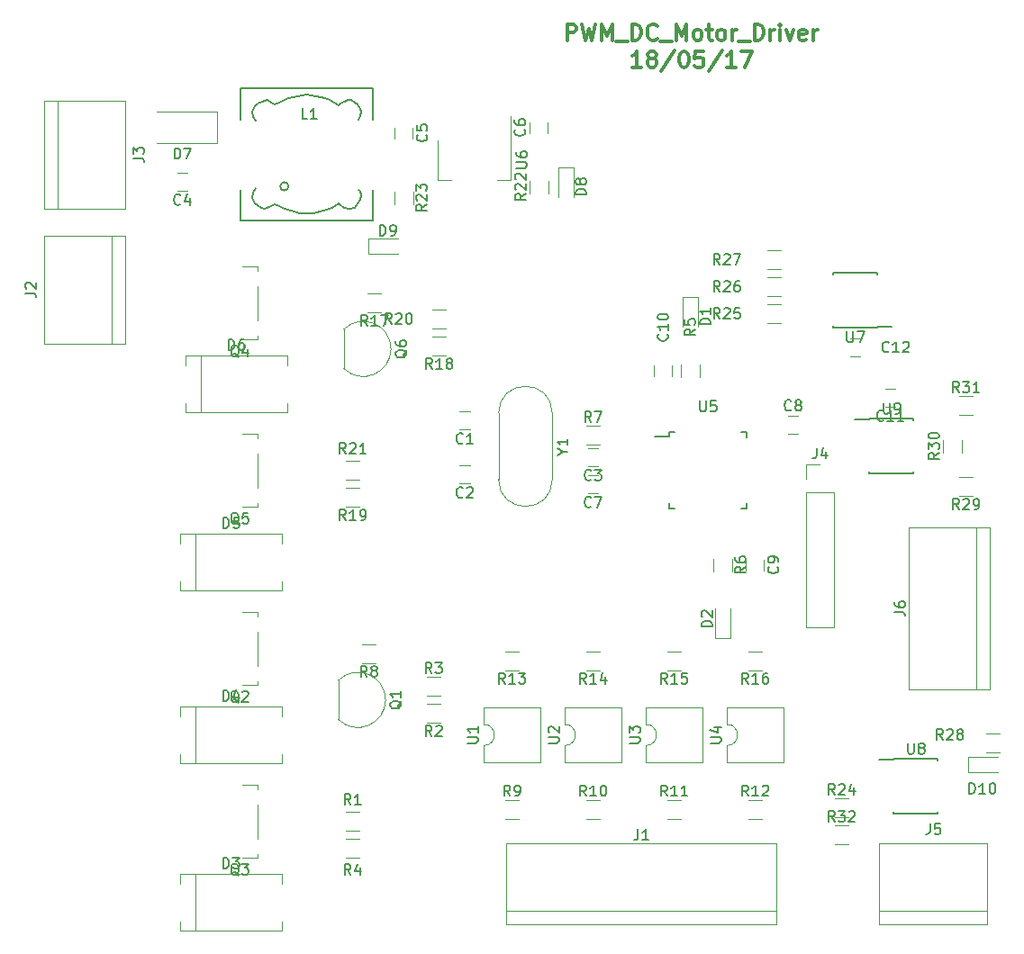
<source format=gbr>
G04 #@! TF.FileFunction,Legend,Top*
%FSLAX46Y46*%
G04 Gerber Fmt 4.6, Leading zero omitted, Abs format (unit mm)*
G04 Created by KiCad (PCBNEW 4.0.6) date 05/19/17 13:08:51*
%MOMM*%
%LPD*%
G01*
G04 APERTURE LIST*
%ADD10C,0.100000*%
%ADD11C,0.300000*%
%ADD12C,0.120000*%
%ADD13C,0.150000*%
G04 APERTURE END LIST*
D10*
D11*
X84460429Y-21755571D02*
X84460429Y-20255571D01*
X85031857Y-20255571D01*
X85174715Y-20327000D01*
X85246143Y-20398429D01*
X85317572Y-20541286D01*
X85317572Y-20755571D01*
X85246143Y-20898429D01*
X85174715Y-20969857D01*
X85031857Y-21041286D01*
X84460429Y-21041286D01*
X85817572Y-20255571D02*
X86174715Y-21755571D01*
X86460429Y-20684143D01*
X86746143Y-21755571D01*
X87103286Y-20255571D01*
X87674715Y-21755571D02*
X87674715Y-20255571D01*
X88174715Y-21327000D01*
X88674715Y-20255571D01*
X88674715Y-21755571D01*
X89031858Y-21898429D02*
X90174715Y-21898429D01*
X90531858Y-21755571D02*
X90531858Y-20255571D01*
X90889001Y-20255571D01*
X91103286Y-20327000D01*
X91246144Y-20469857D01*
X91317572Y-20612714D01*
X91389001Y-20898429D01*
X91389001Y-21112714D01*
X91317572Y-21398429D01*
X91246144Y-21541286D01*
X91103286Y-21684143D01*
X90889001Y-21755571D01*
X90531858Y-21755571D01*
X92889001Y-21612714D02*
X92817572Y-21684143D01*
X92603286Y-21755571D01*
X92460429Y-21755571D01*
X92246144Y-21684143D01*
X92103286Y-21541286D01*
X92031858Y-21398429D01*
X91960429Y-21112714D01*
X91960429Y-20898429D01*
X92031858Y-20612714D01*
X92103286Y-20469857D01*
X92246144Y-20327000D01*
X92460429Y-20255571D01*
X92603286Y-20255571D01*
X92817572Y-20327000D01*
X92889001Y-20398429D01*
X93174715Y-21898429D02*
X94317572Y-21898429D01*
X94674715Y-21755571D02*
X94674715Y-20255571D01*
X95174715Y-21327000D01*
X95674715Y-20255571D01*
X95674715Y-21755571D01*
X96603287Y-21755571D02*
X96460429Y-21684143D01*
X96389001Y-21612714D01*
X96317572Y-21469857D01*
X96317572Y-21041286D01*
X96389001Y-20898429D01*
X96460429Y-20827000D01*
X96603287Y-20755571D01*
X96817572Y-20755571D01*
X96960429Y-20827000D01*
X97031858Y-20898429D01*
X97103287Y-21041286D01*
X97103287Y-21469857D01*
X97031858Y-21612714D01*
X96960429Y-21684143D01*
X96817572Y-21755571D01*
X96603287Y-21755571D01*
X97531858Y-20755571D02*
X98103287Y-20755571D01*
X97746144Y-20255571D02*
X97746144Y-21541286D01*
X97817572Y-21684143D01*
X97960430Y-21755571D01*
X98103287Y-21755571D01*
X98817573Y-21755571D02*
X98674715Y-21684143D01*
X98603287Y-21612714D01*
X98531858Y-21469857D01*
X98531858Y-21041286D01*
X98603287Y-20898429D01*
X98674715Y-20827000D01*
X98817573Y-20755571D01*
X99031858Y-20755571D01*
X99174715Y-20827000D01*
X99246144Y-20898429D01*
X99317573Y-21041286D01*
X99317573Y-21469857D01*
X99246144Y-21612714D01*
X99174715Y-21684143D01*
X99031858Y-21755571D01*
X98817573Y-21755571D01*
X99960430Y-21755571D02*
X99960430Y-20755571D01*
X99960430Y-21041286D02*
X100031858Y-20898429D01*
X100103287Y-20827000D01*
X100246144Y-20755571D01*
X100389001Y-20755571D01*
X100531858Y-21898429D02*
X101674715Y-21898429D01*
X102031858Y-21755571D02*
X102031858Y-20255571D01*
X102389001Y-20255571D01*
X102603286Y-20327000D01*
X102746144Y-20469857D01*
X102817572Y-20612714D01*
X102889001Y-20898429D01*
X102889001Y-21112714D01*
X102817572Y-21398429D01*
X102746144Y-21541286D01*
X102603286Y-21684143D01*
X102389001Y-21755571D01*
X102031858Y-21755571D01*
X103531858Y-21755571D02*
X103531858Y-20755571D01*
X103531858Y-21041286D02*
X103603286Y-20898429D01*
X103674715Y-20827000D01*
X103817572Y-20755571D01*
X103960429Y-20755571D01*
X104460429Y-21755571D02*
X104460429Y-20755571D01*
X104460429Y-20255571D02*
X104389000Y-20327000D01*
X104460429Y-20398429D01*
X104531857Y-20327000D01*
X104460429Y-20255571D01*
X104460429Y-20398429D01*
X105031858Y-20755571D02*
X105389001Y-21755571D01*
X105746143Y-20755571D01*
X106889000Y-21684143D02*
X106746143Y-21755571D01*
X106460429Y-21755571D01*
X106317572Y-21684143D01*
X106246143Y-21541286D01*
X106246143Y-20969857D01*
X106317572Y-20827000D01*
X106460429Y-20755571D01*
X106746143Y-20755571D01*
X106889000Y-20827000D01*
X106960429Y-20969857D01*
X106960429Y-21112714D01*
X106246143Y-21255571D01*
X107603286Y-21755571D02*
X107603286Y-20755571D01*
X107603286Y-21041286D02*
X107674714Y-20898429D01*
X107746143Y-20827000D01*
X107889000Y-20755571D01*
X108031857Y-20755571D01*
X91424715Y-24305571D02*
X90567572Y-24305571D01*
X90996144Y-24305571D02*
X90996144Y-22805571D01*
X90853287Y-23019857D01*
X90710429Y-23162714D01*
X90567572Y-23234143D01*
X92281858Y-23448429D02*
X92139000Y-23377000D01*
X92067572Y-23305571D01*
X91996143Y-23162714D01*
X91996143Y-23091286D01*
X92067572Y-22948429D01*
X92139000Y-22877000D01*
X92281858Y-22805571D01*
X92567572Y-22805571D01*
X92710429Y-22877000D01*
X92781858Y-22948429D01*
X92853286Y-23091286D01*
X92853286Y-23162714D01*
X92781858Y-23305571D01*
X92710429Y-23377000D01*
X92567572Y-23448429D01*
X92281858Y-23448429D01*
X92139000Y-23519857D01*
X92067572Y-23591286D01*
X91996143Y-23734143D01*
X91996143Y-24019857D01*
X92067572Y-24162714D01*
X92139000Y-24234143D01*
X92281858Y-24305571D01*
X92567572Y-24305571D01*
X92710429Y-24234143D01*
X92781858Y-24162714D01*
X92853286Y-24019857D01*
X92853286Y-23734143D01*
X92781858Y-23591286D01*
X92710429Y-23519857D01*
X92567572Y-23448429D01*
X94567571Y-22734143D02*
X93281857Y-24662714D01*
X95353286Y-22805571D02*
X95496143Y-22805571D01*
X95639000Y-22877000D01*
X95710429Y-22948429D01*
X95781858Y-23091286D01*
X95853286Y-23377000D01*
X95853286Y-23734143D01*
X95781858Y-24019857D01*
X95710429Y-24162714D01*
X95639000Y-24234143D01*
X95496143Y-24305571D01*
X95353286Y-24305571D01*
X95210429Y-24234143D01*
X95139000Y-24162714D01*
X95067572Y-24019857D01*
X94996143Y-23734143D01*
X94996143Y-23377000D01*
X95067572Y-23091286D01*
X95139000Y-22948429D01*
X95210429Y-22877000D01*
X95353286Y-22805571D01*
X97210429Y-22805571D02*
X96496143Y-22805571D01*
X96424714Y-23519857D01*
X96496143Y-23448429D01*
X96639000Y-23377000D01*
X96996143Y-23377000D01*
X97139000Y-23448429D01*
X97210429Y-23519857D01*
X97281857Y-23662714D01*
X97281857Y-24019857D01*
X97210429Y-24162714D01*
X97139000Y-24234143D01*
X96996143Y-24305571D01*
X96639000Y-24305571D01*
X96496143Y-24234143D01*
X96424714Y-24162714D01*
X98996142Y-22734143D02*
X97710428Y-24662714D01*
X100281857Y-24305571D02*
X99424714Y-24305571D01*
X99853286Y-24305571D02*
X99853286Y-22805571D01*
X99710429Y-23019857D01*
X99567571Y-23162714D01*
X99424714Y-23234143D01*
X100781857Y-22805571D02*
X101781857Y-22805571D01*
X101139000Y-24305571D01*
D12*
X78740000Y-104902000D02*
X104140000Y-104902000D01*
X78740000Y-103632000D02*
X104140000Y-103632000D01*
X78740000Y-97282000D02*
X104140000Y-97282000D01*
X104140000Y-97282000D02*
X104140000Y-104902000D01*
X78740000Y-97282000D02*
X78740000Y-104902000D01*
X74303000Y-58381000D02*
X75303000Y-58381000D01*
X75303000Y-56681000D02*
X74303000Y-56681000D01*
X74303000Y-63461000D02*
X75303000Y-63461000D01*
X75303000Y-61761000D02*
X74303000Y-61761000D01*
X86368000Y-61810000D02*
X87368000Y-61810000D01*
X87368000Y-60110000D02*
X86368000Y-60110000D01*
X47760000Y-35902000D02*
X48760000Y-35902000D01*
X48760000Y-34202000D02*
X47760000Y-34202000D01*
X69938000Y-30980000D02*
X69938000Y-29980000D01*
X68238000Y-29980000D02*
X68238000Y-30980000D01*
X80938000Y-29472000D02*
X80938000Y-30472000D01*
X82638000Y-30472000D02*
X82638000Y-29472000D01*
X86368000Y-64350000D02*
X87368000Y-64350000D01*
X87368000Y-62650000D02*
X86368000Y-62650000D01*
X106164000Y-57062000D02*
X105164000Y-57062000D01*
X105164000Y-58762000D02*
X106164000Y-58762000D01*
X102958000Y-71620000D02*
X102958000Y-70620000D01*
X101258000Y-70620000D02*
X101258000Y-71620000D01*
X92622000Y-52332000D02*
X92622000Y-53332000D01*
X94322000Y-53332000D02*
X94322000Y-52332000D01*
X114308000Y-56222000D02*
X115308000Y-56222000D01*
X115308000Y-54522000D02*
X114308000Y-54522000D01*
X112006000Y-49823000D02*
X111006000Y-49823000D01*
X111006000Y-51523000D02*
X112006000Y-51523000D01*
X96712000Y-45952000D02*
X95312000Y-45952000D01*
X95312000Y-45952000D02*
X95312000Y-48752000D01*
X96712000Y-45952000D02*
X96712000Y-48752000D01*
X98360000Y-78000000D02*
X99760000Y-78000000D01*
X99760000Y-78000000D02*
X99760000Y-75200000D01*
X98360000Y-78000000D02*
X98360000Y-75200000D01*
X48022000Y-101090000D02*
X48022000Y-100210000D01*
X48022000Y-100210000D02*
X57642000Y-100210000D01*
X57642000Y-100210000D02*
X57642000Y-101090000D01*
X48022000Y-104650000D02*
X48022000Y-105530000D01*
X48022000Y-105530000D02*
X57642000Y-105530000D01*
X57642000Y-105530000D02*
X57642000Y-104650000D01*
X49507000Y-100210000D02*
X49507000Y-105530000D01*
X48022000Y-85342000D02*
X48022000Y-84462000D01*
X48022000Y-84462000D02*
X57642000Y-84462000D01*
X57642000Y-84462000D02*
X57642000Y-85342000D01*
X48022000Y-88902000D02*
X48022000Y-89782000D01*
X48022000Y-89782000D02*
X57642000Y-89782000D01*
X57642000Y-89782000D02*
X57642000Y-88902000D01*
X49507000Y-84462000D02*
X49507000Y-89782000D01*
X48022000Y-69086000D02*
X48022000Y-68206000D01*
X48022000Y-68206000D02*
X57642000Y-68206000D01*
X57642000Y-68206000D02*
X57642000Y-69086000D01*
X48022000Y-72646000D02*
X48022000Y-73526000D01*
X48022000Y-73526000D02*
X57642000Y-73526000D01*
X57642000Y-73526000D02*
X57642000Y-72646000D01*
X49507000Y-68206000D02*
X49507000Y-73526000D01*
X48530000Y-52322000D02*
X48530000Y-51442000D01*
X48530000Y-51442000D02*
X58150000Y-51442000D01*
X58150000Y-51442000D02*
X58150000Y-52322000D01*
X48530000Y-55882000D02*
X48530000Y-56762000D01*
X48530000Y-56762000D02*
X58150000Y-56762000D01*
X58150000Y-56762000D02*
X58150000Y-55882000D01*
X50015000Y-51442000D02*
X50015000Y-56762000D01*
X45860000Y-31472000D02*
X51560000Y-31472000D01*
X51560000Y-31472000D02*
X51560000Y-28472000D01*
X51560000Y-28472000D02*
X45860000Y-28472000D01*
X85028000Y-33760000D02*
X83628000Y-33760000D01*
X83628000Y-33760000D02*
X83628000Y-36560000D01*
X85028000Y-33760000D02*
X85028000Y-36560000D01*
X65764000Y-40448000D02*
X65764000Y-41848000D01*
X65764000Y-41848000D02*
X68564000Y-41848000D01*
X65764000Y-40448000D02*
X68564000Y-40448000D01*
X122152000Y-89216000D02*
X122152000Y-90616000D01*
X122152000Y-90616000D02*
X124952000Y-90616000D01*
X122152000Y-89216000D02*
X124952000Y-89216000D01*
X41656000Y-40132000D02*
X41656000Y-50292000D01*
X42926000Y-40132000D02*
X35306000Y-40132000D01*
X35306000Y-40132000D02*
X35306000Y-50292000D01*
X35306000Y-50292000D02*
X42926000Y-50292000D01*
X42926000Y-50292000D02*
X42926000Y-40132000D01*
X36576000Y-37592000D02*
X36576000Y-27432000D01*
X35306000Y-37592000D02*
X42926000Y-37592000D01*
X42926000Y-37592000D02*
X42926000Y-27432000D01*
X42926000Y-27432000D02*
X35306000Y-27432000D01*
X35306000Y-27432000D02*
X35306000Y-37592000D01*
X106874000Y-64262000D02*
X106874000Y-77022000D01*
X106874000Y-77022000D02*
X109534000Y-77022000D01*
X109534000Y-77022000D02*
X109534000Y-64262000D01*
X109534000Y-64262000D02*
X106874000Y-64262000D01*
X106874000Y-62992000D02*
X106874000Y-61662000D01*
X106874000Y-61662000D02*
X108204000Y-61662000D01*
X123952000Y-103632000D02*
X113792000Y-103632000D01*
X123952000Y-104902000D02*
X123952000Y-97282000D01*
X123952000Y-97282000D02*
X113792000Y-97282000D01*
X113792000Y-97282000D02*
X113792000Y-104902000D01*
X113792000Y-104902000D02*
X123952000Y-104902000D01*
X124206000Y-82804000D02*
X116586000Y-82804000D01*
X124206000Y-67564000D02*
X116586000Y-67564000D01*
X122936000Y-82804000D02*
X122936000Y-67564000D01*
X116586000Y-82804000D02*
X116586000Y-67564000D01*
X124206000Y-82804000D02*
X124206000Y-67564000D01*
D13*
X58234654Y-35511740D02*
G75*
G03X58234654Y-35511740I-391234J0D01*
G01*
X64843660Y-35811460D02*
X64945260Y-35913060D01*
X64945260Y-35913060D02*
X65044320Y-36311840D01*
X65044320Y-36311840D02*
X64945260Y-36812220D01*
X64945260Y-36812220D02*
X64744600Y-37111940D01*
X64744600Y-37111940D02*
X64444880Y-37513260D01*
X64444880Y-37513260D02*
X63944500Y-37612320D01*
X63944500Y-37612320D02*
X63444120Y-37513260D01*
X63444120Y-37513260D02*
X63042800Y-37211000D01*
X63042800Y-37211000D02*
X62943740Y-37111940D01*
X62943740Y-37111940D02*
X62344300Y-37513260D01*
X62344300Y-37513260D02*
X61544200Y-37812980D01*
X61544200Y-37812980D02*
X60543440Y-38011100D01*
X60543440Y-38011100D02*
X59344560Y-38011100D01*
X59344560Y-38011100D02*
X58442860Y-37812980D01*
X58442860Y-37812980D02*
X57843420Y-37612320D01*
X57843420Y-37612320D02*
X57343040Y-37411660D01*
X57343040Y-37411660D02*
X56944260Y-37211000D01*
X56944260Y-37211000D02*
X56644540Y-37411660D01*
X56644540Y-37411660D02*
X56045100Y-37612320D01*
X56045100Y-37612320D02*
X55643780Y-37513260D01*
X55643780Y-37513260D02*
X55344060Y-37312600D01*
X55344060Y-37312600D02*
X55044340Y-37111940D01*
X55044340Y-37111940D02*
X54843680Y-36611560D01*
X54843680Y-36611560D02*
X54942740Y-36111180D01*
X54942740Y-36111180D02*
X55143400Y-35712400D01*
X64843660Y-29212540D02*
X64945260Y-28912820D01*
X64945260Y-28912820D02*
X65044320Y-28511500D01*
X65044320Y-28511500D02*
X64945260Y-28211780D01*
X64945260Y-28211780D02*
X64744600Y-27813000D01*
X64744600Y-27813000D02*
X64444880Y-27612340D01*
X64444880Y-27612340D02*
X64145160Y-27411680D01*
X64145160Y-27411680D02*
X63842900Y-27411680D01*
X63842900Y-27411680D02*
X63543180Y-27510740D01*
X63543180Y-27510740D02*
X63243460Y-27612340D01*
X63243460Y-27612340D02*
X62943740Y-27912060D01*
X62943740Y-27912060D02*
X62544960Y-27612340D01*
X62544960Y-27612340D02*
X62143640Y-27411680D01*
X62143640Y-27411680D02*
X61643260Y-27211020D01*
X61643260Y-27211020D02*
X60843160Y-27012900D01*
X60843160Y-27012900D02*
X59944000Y-26911300D01*
X59944000Y-26911300D02*
X59143900Y-27012900D01*
X59143900Y-27012900D02*
X58244740Y-27211020D01*
X58244740Y-27211020D02*
X57343040Y-27612340D01*
X57343040Y-27612340D02*
X56944260Y-27813000D01*
X56944260Y-27813000D02*
X56644540Y-27612340D01*
X56644540Y-27612340D02*
X56243220Y-27411680D01*
X56243220Y-27411680D02*
X55742840Y-27510740D01*
X55742840Y-27510740D02*
X55344060Y-27711400D01*
X55344060Y-27711400D02*
X55044340Y-28011120D01*
X55044340Y-28011120D02*
X54843680Y-28511500D01*
X54843680Y-28511500D02*
X54942740Y-29011880D01*
X54942740Y-29011880D02*
X55143400Y-29311600D01*
X53743860Y-35811460D02*
X53743860Y-38712140D01*
X53743860Y-38712140D02*
X66144140Y-38712140D01*
X66144140Y-38712140D02*
X66144140Y-35811460D01*
X66144140Y-26311860D02*
X53743860Y-26311860D01*
X53743860Y-26311860D02*
X53743860Y-29212540D01*
X66144140Y-26311860D02*
X66144140Y-29212540D01*
D12*
X62920000Y-82020000D02*
X62920000Y-85620000D01*
X62931522Y-81981522D02*
G75*
G02X67370000Y-83820000I1838478J-1838478D01*
G01*
X62931522Y-85658478D02*
G75*
G03X67370000Y-83820000I1838478J1838478D01*
G01*
X55361000Y-82044000D02*
X55361000Y-82394000D01*
X55361000Y-82394000D02*
X53861000Y-82394000D01*
X55361000Y-77394000D02*
X55361000Y-80594000D01*
X53861000Y-75594000D02*
X55361000Y-75594000D01*
X55361000Y-75594000D02*
X55361000Y-75994000D01*
X55361000Y-98300000D02*
X55361000Y-98650000D01*
X55361000Y-98650000D02*
X53861000Y-98650000D01*
X55361000Y-93650000D02*
X55361000Y-96850000D01*
X53861000Y-91850000D02*
X55361000Y-91850000D01*
X55361000Y-91850000D02*
X55361000Y-92250000D01*
X55361000Y-49532000D02*
X55361000Y-49882000D01*
X55361000Y-49882000D02*
X53861000Y-49882000D01*
X55361000Y-44882000D02*
X55361000Y-48082000D01*
X53861000Y-43082000D02*
X55361000Y-43082000D01*
X55361000Y-43082000D02*
X55361000Y-43482000D01*
X55361000Y-65280000D02*
X55361000Y-65630000D01*
X55361000Y-65630000D02*
X53861000Y-65630000D01*
X55361000Y-60630000D02*
X55361000Y-63830000D01*
X53861000Y-58830000D02*
X55361000Y-58830000D01*
X55361000Y-58830000D02*
X55361000Y-59230000D01*
X63428000Y-49000000D02*
X63428000Y-52600000D01*
X63439522Y-48961522D02*
G75*
G02X67878000Y-50800000I1838478J-1838478D01*
G01*
X63439522Y-52638478D02*
G75*
G03X67878000Y-50800000I1838478J1838478D01*
G01*
X63662000Y-94370000D02*
X64862000Y-94370000D01*
X64862000Y-96130000D02*
X63662000Y-96130000D01*
X71282000Y-84210000D02*
X72482000Y-84210000D01*
X72482000Y-85970000D02*
X71282000Y-85970000D01*
X72482000Y-83430000D02*
X71282000Y-83430000D01*
X71282000Y-81670000D02*
X72482000Y-81670000D01*
X64862000Y-98670000D02*
X63662000Y-98670000D01*
X63662000Y-96910000D02*
X64862000Y-96910000D01*
X96892000Y-52232000D02*
X96892000Y-53432000D01*
X95132000Y-53432000D02*
X95132000Y-52232000D01*
X98180000Y-71720000D02*
X98180000Y-70520000D01*
X99940000Y-70520000D02*
X99940000Y-71720000D01*
X87468000Y-59808000D02*
X86268000Y-59808000D01*
X86268000Y-58048000D02*
X87468000Y-58048000D01*
X65186000Y-78622000D02*
X66386000Y-78622000D01*
X66386000Y-80382000D02*
X65186000Y-80382000D01*
X79848000Y-94987000D02*
X78648000Y-94987000D01*
X78648000Y-93227000D02*
X79848000Y-93227000D01*
X87468000Y-94987000D02*
X86268000Y-94987000D01*
X86268000Y-93227000D02*
X87468000Y-93227000D01*
X95088000Y-94987000D02*
X93888000Y-94987000D01*
X93888000Y-93227000D02*
X95088000Y-93227000D01*
X102708000Y-94987000D02*
X101508000Y-94987000D01*
X101508000Y-93227000D02*
X102708000Y-93227000D01*
X78648000Y-79257000D02*
X79848000Y-79257000D01*
X79848000Y-81017000D02*
X78648000Y-81017000D01*
X86268000Y-79257000D02*
X87468000Y-79257000D01*
X87468000Y-81017000D02*
X86268000Y-81017000D01*
X93888000Y-79257000D02*
X95088000Y-79257000D01*
X95088000Y-81017000D02*
X93888000Y-81017000D01*
X101508000Y-79257000D02*
X102708000Y-79257000D01*
X102708000Y-81017000D02*
X101508000Y-81017000D01*
X65694000Y-45602000D02*
X66894000Y-45602000D01*
X66894000Y-47362000D02*
X65694000Y-47362000D01*
X71790000Y-49666000D02*
X72990000Y-49666000D01*
X72990000Y-51426000D02*
X71790000Y-51426000D01*
X63662000Y-63890000D02*
X64862000Y-63890000D01*
X64862000Y-65650000D02*
X63662000Y-65650000D01*
X71790000Y-47126000D02*
X72990000Y-47126000D01*
X72990000Y-48886000D02*
X71790000Y-48886000D01*
X63662000Y-61350000D02*
X64862000Y-61350000D01*
X64862000Y-63110000D02*
X63662000Y-63110000D01*
X82668000Y-34960000D02*
X82668000Y-36160000D01*
X80908000Y-36160000D02*
X80908000Y-34960000D01*
X68208000Y-37176000D02*
X68208000Y-35976000D01*
X69968000Y-35976000D02*
X69968000Y-37176000D01*
X110836000Y-94860000D02*
X109636000Y-94860000D01*
X109636000Y-93100000D02*
X110836000Y-93100000D01*
X104486000Y-48378000D02*
X103286000Y-48378000D01*
X103286000Y-46618000D02*
X104486000Y-46618000D01*
X104486000Y-45838000D02*
X103286000Y-45838000D01*
X103286000Y-44078000D02*
X104486000Y-44078000D01*
X104486000Y-43298000D02*
X103286000Y-43298000D01*
X103286000Y-41538000D02*
X104486000Y-41538000D01*
X125060000Y-88764000D02*
X123860000Y-88764000D01*
X123860000Y-87004000D02*
X125060000Y-87004000D01*
X121320000Y-62874000D02*
X122520000Y-62874000D01*
X122520000Y-64634000D02*
X121320000Y-64634000D01*
X121530000Y-59344000D02*
X121530000Y-60544000D01*
X119770000Y-60544000D02*
X119770000Y-59344000D01*
X122520000Y-57014000D02*
X121320000Y-57014000D01*
X121320000Y-55254000D02*
X122520000Y-55254000D01*
X110836000Y-97400000D02*
X109636000Y-97400000D01*
X109636000Y-95640000D02*
X110836000Y-95640000D01*
X76588000Y-88122000D02*
X76588000Y-89692000D01*
X76588000Y-89692000D02*
X81908000Y-89692000D01*
X81908000Y-89692000D02*
X81908000Y-84552000D01*
X81908000Y-84552000D02*
X76588000Y-84552000D01*
X76588000Y-84552000D02*
X76588000Y-86122000D01*
X76588000Y-86122000D02*
G75*
G02X76588000Y-88122000I0J-1000000D01*
G01*
X84208000Y-88122000D02*
X84208000Y-89692000D01*
X84208000Y-89692000D02*
X89528000Y-89692000D01*
X89528000Y-89692000D02*
X89528000Y-84552000D01*
X89528000Y-84552000D02*
X84208000Y-84552000D01*
X84208000Y-84552000D02*
X84208000Y-86122000D01*
X84208000Y-86122000D02*
G75*
G02X84208000Y-88122000I0J-1000000D01*
G01*
X91828000Y-88122000D02*
X91828000Y-89692000D01*
X91828000Y-89692000D02*
X97148000Y-89692000D01*
X97148000Y-89692000D02*
X97148000Y-84552000D01*
X97148000Y-84552000D02*
X91828000Y-84552000D01*
X91828000Y-84552000D02*
X91828000Y-86122000D01*
X91828000Y-86122000D02*
G75*
G02X91828000Y-88122000I0J-1000000D01*
G01*
X99448000Y-88122000D02*
X99448000Y-89692000D01*
X99448000Y-89692000D02*
X104768000Y-89692000D01*
X104768000Y-89692000D02*
X104768000Y-84552000D01*
X104768000Y-84552000D02*
X99448000Y-84552000D01*
X99448000Y-84552000D02*
X99448000Y-86122000D01*
X99448000Y-86122000D02*
G75*
G02X99448000Y-88122000I0J-1000000D01*
G01*
D13*
X94038000Y-58605000D02*
X94038000Y-59055000D01*
X101288000Y-58605000D02*
X101288000Y-59130000D01*
X101288000Y-65855000D02*
X101288000Y-65330000D01*
X94038000Y-65855000D02*
X94038000Y-65330000D01*
X94038000Y-58605000D02*
X94563000Y-58605000D01*
X94038000Y-65855000D02*
X94563000Y-65855000D01*
X101288000Y-65855000D02*
X100763000Y-65855000D01*
X101288000Y-58605000D02*
X100763000Y-58605000D01*
X94038000Y-59055000D02*
X92663000Y-59055000D01*
D12*
X72282000Y-34930000D02*
X73542000Y-34930000D01*
X79102000Y-34930000D02*
X77842000Y-34930000D01*
X72282000Y-31170000D02*
X72282000Y-34930000D01*
X79102000Y-28920000D02*
X79102000Y-34930000D01*
D13*
X113581000Y-48803000D02*
X113581000Y-48753000D01*
X109431000Y-48803000D02*
X109431000Y-48658000D01*
X109431000Y-43653000D02*
X109431000Y-43798000D01*
X113581000Y-43653000D02*
X113581000Y-43798000D01*
X113581000Y-48803000D02*
X109431000Y-48803000D01*
X113581000Y-43653000D02*
X109431000Y-43653000D01*
X113581000Y-48753000D02*
X114981000Y-48753000D01*
X115146000Y-89373000D02*
X115146000Y-89423000D01*
X119296000Y-89373000D02*
X119296000Y-89518000D01*
X119296000Y-94523000D02*
X119296000Y-94378000D01*
X115146000Y-94523000D02*
X115146000Y-94378000D01*
X115146000Y-89373000D02*
X119296000Y-89373000D01*
X115146000Y-94523000D02*
X119296000Y-94523000D01*
X115146000Y-89423000D02*
X113746000Y-89423000D01*
X112860000Y-57369000D02*
X112860000Y-57419000D01*
X117010000Y-57369000D02*
X117010000Y-57514000D01*
X117010000Y-62519000D02*
X117010000Y-62374000D01*
X112860000Y-62519000D02*
X112860000Y-62374000D01*
X112860000Y-57369000D02*
X117010000Y-57369000D01*
X112860000Y-62519000D02*
X117010000Y-62519000D01*
X112860000Y-57419000D02*
X111460000Y-57419000D01*
D12*
X83043000Y-56846000D02*
X83043000Y-63096000D01*
X77993000Y-56846000D02*
X77993000Y-63096000D01*
X77993000Y-56846000D02*
G75*
G02X83043000Y-56846000I2525000J0D01*
G01*
X77993000Y-63096000D02*
G75*
G03X83043000Y-63096000I2525000J0D01*
G01*
D13*
X91096667Y-95994381D02*
X91096667Y-96708667D01*
X91049047Y-96851524D01*
X90953809Y-96946762D01*
X90810952Y-96994381D01*
X90715714Y-96994381D01*
X92096667Y-96994381D02*
X91525238Y-96994381D01*
X91810952Y-96994381D02*
X91810952Y-95994381D01*
X91715714Y-96137238D01*
X91620476Y-96232476D01*
X91525238Y-96280095D01*
X74636334Y-59638143D02*
X74588715Y-59685762D01*
X74445858Y-59733381D01*
X74350620Y-59733381D01*
X74207762Y-59685762D01*
X74112524Y-59590524D01*
X74064905Y-59495286D01*
X74017286Y-59304810D01*
X74017286Y-59161952D01*
X74064905Y-58971476D01*
X74112524Y-58876238D01*
X74207762Y-58781000D01*
X74350620Y-58733381D01*
X74445858Y-58733381D01*
X74588715Y-58781000D01*
X74636334Y-58828619D01*
X75588715Y-59733381D02*
X75017286Y-59733381D01*
X75303000Y-59733381D02*
X75303000Y-58733381D01*
X75207762Y-58876238D01*
X75112524Y-58971476D01*
X75017286Y-59019095D01*
X74636334Y-64718143D02*
X74588715Y-64765762D01*
X74445858Y-64813381D01*
X74350620Y-64813381D01*
X74207762Y-64765762D01*
X74112524Y-64670524D01*
X74064905Y-64575286D01*
X74017286Y-64384810D01*
X74017286Y-64241952D01*
X74064905Y-64051476D01*
X74112524Y-63956238D01*
X74207762Y-63861000D01*
X74350620Y-63813381D01*
X74445858Y-63813381D01*
X74588715Y-63861000D01*
X74636334Y-63908619D01*
X75017286Y-63908619D02*
X75064905Y-63861000D01*
X75160143Y-63813381D01*
X75398239Y-63813381D01*
X75493477Y-63861000D01*
X75541096Y-63908619D01*
X75588715Y-64003857D01*
X75588715Y-64099095D01*
X75541096Y-64241952D01*
X74969667Y-64813381D01*
X75588715Y-64813381D01*
X86701334Y-63067143D02*
X86653715Y-63114762D01*
X86510858Y-63162381D01*
X86415620Y-63162381D01*
X86272762Y-63114762D01*
X86177524Y-63019524D01*
X86129905Y-62924286D01*
X86082286Y-62733810D01*
X86082286Y-62590952D01*
X86129905Y-62400476D01*
X86177524Y-62305238D01*
X86272762Y-62210000D01*
X86415620Y-62162381D01*
X86510858Y-62162381D01*
X86653715Y-62210000D01*
X86701334Y-62257619D01*
X87034667Y-62162381D02*
X87653715Y-62162381D01*
X87320381Y-62543333D01*
X87463239Y-62543333D01*
X87558477Y-62590952D01*
X87606096Y-62638571D01*
X87653715Y-62733810D01*
X87653715Y-62971905D01*
X87606096Y-63067143D01*
X87558477Y-63114762D01*
X87463239Y-63162381D01*
X87177524Y-63162381D01*
X87082286Y-63114762D01*
X87034667Y-63067143D01*
X48093334Y-37159143D02*
X48045715Y-37206762D01*
X47902858Y-37254381D01*
X47807620Y-37254381D01*
X47664762Y-37206762D01*
X47569524Y-37111524D01*
X47521905Y-37016286D01*
X47474286Y-36825810D01*
X47474286Y-36682952D01*
X47521905Y-36492476D01*
X47569524Y-36397238D01*
X47664762Y-36302000D01*
X47807620Y-36254381D01*
X47902858Y-36254381D01*
X48045715Y-36302000D01*
X48093334Y-36349619D01*
X48950477Y-36587714D02*
X48950477Y-37254381D01*
X48712381Y-36206762D02*
X48474286Y-36921048D01*
X49093334Y-36921048D01*
X71195143Y-30646666D02*
X71242762Y-30694285D01*
X71290381Y-30837142D01*
X71290381Y-30932380D01*
X71242762Y-31075238D01*
X71147524Y-31170476D01*
X71052286Y-31218095D01*
X70861810Y-31265714D01*
X70718952Y-31265714D01*
X70528476Y-31218095D01*
X70433238Y-31170476D01*
X70338000Y-31075238D01*
X70290381Y-30932380D01*
X70290381Y-30837142D01*
X70338000Y-30694285D01*
X70385619Y-30646666D01*
X70290381Y-29741904D02*
X70290381Y-30218095D01*
X70766571Y-30265714D01*
X70718952Y-30218095D01*
X70671333Y-30122857D01*
X70671333Y-29884761D01*
X70718952Y-29789523D01*
X70766571Y-29741904D01*
X70861810Y-29694285D01*
X71099905Y-29694285D01*
X71195143Y-29741904D01*
X71242762Y-29789523D01*
X71290381Y-29884761D01*
X71290381Y-30122857D01*
X71242762Y-30218095D01*
X71195143Y-30265714D01*
X80395143Y-30138666D02*
X80442762Y-30186285D01*
X80490381Y-30329142D01*
X80490381Y-30424380D01*
X80442762Y-30567238D01*
X80347524Y-30662476D01*
X80252286Y-30710095D01*
X80061810Y-30757714D01*
X79918952Y-30757714D01*
X79728476Y-30710095D01*
X79633238Y-30662476D01*
X79538000Y-30567238D01*
X79490381Y-30424380D01*
X79490381Y-30329142D01*
X79538000Y-30186285D01*
X79585619Y-30138666D01*
X79490381Y-29281523D02*
X79490381Y-29472000D01*
X79538000Y-29567238D01*
X79585619Y-29614857D01*
X79728476Y-29710095D01*
X79918952Y-29757714D01*
X80299905Y-29757714D01*
X80395143Y-29710095D01*
X80442762Y-29662476D01*
X80490381Y-29567238D01*
X80490381Y-29376761D01*
X80442762Y-29281523D01*
X80395143Y-29233904D01*
X80299905Y-29186285D01*
X80061810Y-29186285D01*
X79966571Y-29233904D01*
X79918952Y-29281523D01*
X79871333Y-29376761D01*
X79871333Y-29567238D01*
X79918952Y-29662476D01*
X79966571Y-29710095D01*
X80061810Y-29757714D01*
X86701334Y-65607143D02*
X86653715Y-65654762D01*
X86510858Y-65702381D01*
X86415620Y-65702381D01*
X86272762Y-65654762D01*
X86177524Y-65559524D01*
X86129905Y-65464286D01*
X86082286Y-65273810D01*
X86082286Y-65130952D01*
X86129905Y-64940476D01*
X86177524Y-64845238D01*
X86272762Y-64750000D01*
X86415620Y-64702381D01*
X86510858Y-64702381D01*
X86653715Y-64750000D01*
X86701334Y-64797619D01*
X87034667Y-64702381D02*
X87701334Y-64702381D01*
X87272762Y-65702381D01*
X105497334Y-56519143D02*
X105449715Y-56566762D01*
X105306858Y-56614381D01*
X105211620Y-56614381D01*
X105068762Y-56566762D01*
X104973524Y-56471524D01*
X104925905Y-56376286D01*
X104878286Y-56185810D01*
X104878286Y-56042952D01*
X104925905Y-55852476D01*
X104973524Y-55757238D01*
X105068762Y-55662000D01*
X105211620Y-55614381D01*
X105306858Y-55614381D01*
X105449715Y-55662000D01*
X105497334Y-55709619D01*
X106068762Y-56042952D02*
X105973524Y-55995333D01*
X105925905Y-55947714D01*
X105878286Y-55852476D01*
X105878286Y-55804857D01*
X105925905Y-55709619D01*
X105973524Y-55662000D01*
X106068762Y-55614381D01*
X106259239Y-55614381D01*
X106354477Y-55662000D01*
X106402096Y-55709619D01*
X106449715Y-55804857D01*
X106449715Y-55852476D01*
X106402096Y-55947714D01*
X106354477Y-55995333D01*
X106259239Y-56042952D01*
X106068762Y-56042952D01*
X105973524Y-56090571D01*
X105925905Y-56138190D01*
X105878286Y-56233429D01*
X105878286Y-56423905D01*
X105925905Y-56519143D01*
X105973524Y-56566762D01*
X106068762Y-56614381D01*
X106259239Y-56614381D01*
X106354477Y-56566762D01*
X106402096Y-56519143D01*
X106449715Y-56423905D01*
X106449715Y-56233429D01*
X106402096Y-56138190D01*
X106354477Y-56090571D01*
X106259239Y-56042952D01*
X104215143Y-71286666D02*
X104262762Y-71334285D01*
X104310381Y-71477142D01*
X104310381Y-71572380D01*
X104262762Y-71715238D01*
X104167524Y-71810476D01*
X104072286Y-71858095D01*
X103881810Y-71905714D01*
X103738952Y-71905714D01*
X103548476Y-71858095D01*
X103453238Y-71810476D01*
X103358000Y-71715238D01*
X103310381Y-71572380D01*
X103310381Y-71477142D01*
X103358000Y-71334285D01*
X103405619Y-71286666D01*
X104310381Y-70810476D02*
X104310381Y-70620000D01*
X104262762Y-70524761D01*
X104215143Y-70477142D01*
X104072286Y-70381904D01*
X103881810Y-70334285D01*
X103500857Y-70334285D01*
X103405619Y-70381904D01*
X103358000Y-70429523D01*
X103310381Y-70524761D01*
X103310381Y-70715238D01*
X103358000Y-70810476D01*
X103405619Y-70858095D01*
X103500857Y-70905714D01*
X103738952Y-70905714D01*
X103834190Y-70858095D01*
X103881810Y-70810476D01*
X103929429Y-70715238D01*
X103929429Y-70524761D01*
X103881810Y-70429523D01*
X103834190Y-70381904D01*
X103738952Y-70334285D01*
X93829143Y-49410857D02*
X93876762Y-49458476D01*
X93924381Y-49601333D01*
X93924381Y-49696571D01*
X93876762Y-49839429D01*
X93781524Y-49934667D01*
X93686286Y-49982286D01*
X93495810Y-50029905D01*
X93352952Y-50029905D01*
X93162476Y-49982286D01*
X93067238Y-49934667D01*
X92972000Y-49839429D01*
X92924381Y-49696571D01*
X92924381Y-49601333D01*
X92972000Y-49458476D01*
X93019619Y-49410857D01*
X93924381Y-48458476D02*
X93924381Y-49029905D01*
X93924381Y-48744191D02*
X92924381Y-48744191D01*
X93067238Y-48839429D01*
X93162476Y-48934667D01*
X93210095Y-49029905D01*
X92924381Y-47839429D02*
X92924381Y-47744190D01*
X92972000Y-47648952D01*
X93019619Y-47601333D01*
X93114857Y-47553714D01*
X93305333Y-47506095D01*
X93543429Y-47506095D01*
X93733905Y-47553714D01*
X93829143Y-47601333D01*
X93876762Y-47648952D01*
X93924381Y-47744190D01*
X93924381Y-47839429D01*
X93876762Y-47934667D01*
X93829143Y-47982286D01*
X93733905Y-48029905D01*
X93543429Y-48077524D01*
X93305333Y-48077524D01*
X93114857Y-48029905D01*
X93019619Y-47982286D01*
X92972000Y-47934667D01*
X92924381Y-47839429D01*
X114165143Y-57479143D02*
X114117524Y-57526762D01*
X113974667Y-57574381D01*
X113879429Y-57574381D01*
X113736571Y-57526762D01*
X113641333Y-57431524D01*
X113593714Y-57336286D01*
X113546095Y-57145810D01*
X113546095Y-57002952D01*
X113593714Y-56812476D01*
X113641333Y-56717238D01*
X113736571Y-56622000D01*
X113879429Y-56574381D01*
X113974667Y-56574381D01*
X114117524Y-56622000D01*
X114165143Y-56669619D01*
X115117524Y-57574381D02*
X114546095Y-57574381D01*
X114831809Y-57574381D02*
X114831809Y-56574381D01*
X114736571Y-56717238D01*
X114641333Y-56812476D01*
X114546095Y-56860095D01*
X116069905Y-57574381D02*
X115498476Y-57574381D01*
X115784190Y-57574381D02*
X115784190Y-56574381D01*
X115688952Y-56717238D01*
X115593714Y-56812476D01*
X115498476Y-56860095D01*
X114673143Y-51030143D02*
X114625524Y-51077762D01*
X114482667Y-51125381D01*
X114387429Y-51125381D01*
X114244571Y-51077762D01*
X114149333Y-50982524D01*
X114101714Y-50887286D01*
X114054095Y-50696810D01*
X114054095Y-50553952D01*
X114101714Y-50363476D01*
X114149333Y-50268238D01*
X114244571Y-50173000D01*
X114387429Y-50125381D01*
X114482667Y-50125381D01*
X114625524Y-50173000D01*
X114673143Y-50220619D01*
X115625524Y-51125381D02*
X115054095Y-51125381D01*
X115339809Y-51125381D02*
X115339809Y-50125381D01*
X115244571Y-50268238D01*
X115149333Y-50363476D01*
X115054095Y-50411095D01*
X116006476Y-50220619D02*
X116054095Y-50173000D01*
X116149333Y-50125381D01*
X116387429Y-50125381D01*
X116482667Y-50173000D01*
X116530286Y-50220619D01*
X116577905Y-50315857D01*
X116577905Y-50411095D01*
X116530286Y-50553952D01*
X115958857Y-51125381D01*
X116577905Y-51125381D01*
X97914381Y-48490095D02*
X96914381Y-48490095D01*
X96914381Y-48252000D01*
X96962000Y-48109142D01*
X97057238Y-48013904D01*
X97152476Y-47966285D01*
X97342952Y-47918666D01*
X97485810Y-47918666D01*
X97676286Y-47966285D01*
X97771524Y-48013904D01*
X97866762Y-48109142D01*
X97914381Y-48252000D01*
X97914381Y-48490095D01*
X97914381Y-46966285D02*
X97914381Y-47537714D01*
X97914381Y-47252000D02*
X96914381Y-47252000D01*
X97057238Y-47347238D01*
X97152476Y-47442476D01*
X97200095Y-47537714D01*
X98062381Y-76938095D02*
X97062381Y-76938095D01*
X97062381Y-76700000D01*
X97110000Y-76557142D01*
X97205238Y-76461904D01*
X97300476Y-76414285D01*
X97490952Y-76366666D01*
X97633810Y-76366666D01*
X97824286Y-76414285D01*
X97919524Y-76461904D01*
X98014762Y-76557142D01*
X98062381Y-76700000D01*
X98062381Y-76938095D01*
X97157619Y-75985714D02*
X97110000Y-75938095D01*
X97062381Y-75842857D01*
X97062381Y-75604761D01*
X97110000Y-75509523D01*
X97157619Y-75461904D01*
X97252857Y-75414285D01*
X97348095Y-75414285D01*
X97490952Y-75461904D01*
X98062381Y-76033333D01*
X98062381Y-75414285D01*
X52093905Y-99662381D02*
X52093905Y-98662381D01*
X52332000Y-98662381D01*
X52474858Y-98710000D01*
X52570096Y-98805238D01*
X52617715Y-98900476D01*
X52665334Y-99090952D01*
X52665334Y-99233810D01*
X52617715Y-99424286D01*
X52570096Y-99519524D01*
X52474858Y-99614762D01*
X52332000Y-99662381D01*
X52093905Y-99662381D01*
X52998667Y-98662381D02*
X53617715Y-98662381D01*
X53284381Y-99043333D01*
X53427239Y-99043333D01*
X53522477Y-99090952D01*
X53570096Y-99138571D01*
X53617715Y-99233810D01*
X53617715Y-99471905D01*
X53570096Y-99567143D01*
X53522477Y-99614762D01*
X53427239Y-99662381D01*
X53141524Y-99662381D01*
X53046286Y-99614762D01*
X52998667Y-99567143D01*
X52093905Y-83914381D02*
X52093905Y-82914381D01*
X52332000Y-82914381D01*
X52474858Y-82962000D01*
X52570096Y-83057238D01*
X52617715Y-83152476D01*
X52665334Y-83342952D01*
X52665334Y-83485810D01*
X52617715Y-83676286D01*
X52570096Y-83771524D01*
X52474858Y-83866762D01*
X52332000Y-83914381D01*
X52093905Y-83914381D01*
X53522477Y-83247714D02*
X53522477Y-83914381D01*
X53284381Y-82866762D02*
X53046286Y-83581048D01*
X53665334Y-83581048D01*
X52093905Y-67658381D02*
X52093905Y-66658381D01*
X52332000Y-66658381D01*
X52474858Y-66706000D01*
X52570096Y-66801238D01*
X52617715Y-66896476D01*
X52665334Y-67086952D01*
X52665334Y-67229810D01*
X52617715Y-67420286D01*
X52570096Y-67515524D01*
X52474858Y-67610762D01*
X52332000Y-67658381D01*
X52093905Y-67658381D01*
X53570096Y-66658381D02*
X53093905Y-66658381D01*
X53046286Y-67134571D01*
X53093905Y-67086952D01*
X53189143Y-67039333D01*
X53427239Y-67039333D01*
X53522477Y-67086952D01*
X53570096Y-67134571D01*
X53617715Y-67229810D01*
X53617715Y-67467905D01*
X53570096Y-67563143D01*
X53522477Y-67610762D01*
X53427239Y-67658381D01*
X53189143Y-67658381D01*
X53093905Y-67610762D01*
X53046286Y-67563143D01*
X52601905Y-50894381D02*
X52601905Y-49894381D01*
X52840000Y-49894381D01*
X52982858Y-49942000D01*
X53078096Y-50037238D01*
X53125715Y-50132476D01*
X53173334Y-50322952D01*
X53173334Y-50465810D01*
X53125715Y-50656286D01*
X53078096Y-50751524D01*
X52982858Y-50846762D01*
X52840000Y-50894381D01*
X52601905Y-50894381D01*
X54030477Y-49894381D02*
X53840000Y-49894381D01*
X53744762Y-49942000D01*
X53697143Y-49989619D01*
X53601905Y-50132476D01*
X53554286Y-50322952D01*
X53554286Y-50703905D01*
X53601905Y-50799143D01*
X53649524Y-50846762D01*
X53744762Y-50894381D01*
X53935239Y-50894381D01*
X54030477Y-50846762D01*
X54078096Y-50799143D01*
X54125715Y-50703905D01*
X54125715Y-50465810D01*
X54078096Y-50370571D01*
X54030477Y-50322952D01*
X53935239Y-50275333D01*
X53744762Y-50275333D01*
X53649524Y-50322952D01*
X53601905Y-50370571D01*
X53554286Y-50465810D01*
X47521905Y-32924381D02*
X47521905Y-31924381D01*
X47760000Y-31924381D01*
X47902858Y-31972000D01*
X47998096Y-32067238D01*
X48045715Y-32162476D01*
X48093334Y-32352952D01*
X48093334Y-32495810D01*
X48045715Y-32686286D01*
X47998096Y-32781524D01*
X47902858Y-32876762D01*
X47760000Y-32924381D01*
X47521905Y-32924381D01*
X48426667Y-31924381D02*
X49093334Y-31924381D01*
X48664762Y-32924381D01*
X86230381Y-36298095D02*
X85230381Y-36298095D01*
X85230381Y-36060000D01*
X85278000Y-35917142D01*
X85373238Y-35821904D01*
X85468476Y-35774285D01*
X85658952Y-35726666D01*
X85801810Y-35726666D01*
X85992286Y-35774285D01*
X86087524Y-35821904D01*
X86182762Y-35917142D01*
X86230381Y-36060000D01*
X86230381Y-36298095D01*
X85658952Y-35155238D02*
X85611333Y-35250476D01*
X85563714Y-35298095D01*
X85468476Y-35345714D01*
X85420857Y-35345714D01*
X85325619Y-35298095D01*
X85278000Y-35250476D01*
X85230381Y-35155238D01*
X85230381Y-34964761D01*
X85278000Y-34869523D01*
X85325619Y-34821904D01*
X85420857Y-34774285D01*
X85468476Y-34774285D01*
X85563714Y-34821904D01*
X85611333Y-34869523D01*
X85658952Y-34964761D01*
X85658952Y-35155238D01*
X85706571Y-35250476D01*
X85754190Y-35298095D01*
X85849429Y-35345714D01*
X86039905Y-35345714D01*
X86135143Y-35298095D01*
X86182762Y-35250476D01*
X86230381Y-35155238D01*
X86230381Y-34964761D01*
X86182762Y-34869523D01*
X86135143Y-34821904D01*
X86039905Y-34774285D01*
X85849429Y-34774285D01*
X85754190Y-34821904D01*
X85706571Y-34869523D01*
X85658952Y-34964761D01*
X66825905Y-40150381D02*
X66825905Y-39150381D01*
X67064000Y-39150381D01*
X67206858Y-39198000D01*
X67302096Y-39293238D01*
X67349715Y-39388476D01*
X67397334Y-39578952D01*
X67397334Y-39721810D01*
X67349715Y-39912286D01*
X67302096Y-40007524D01*
X67206858Y-40102762D01*
X67064000Y-40150381D01*
X66825905Y-40150381D01*
X67873524Y-40150381D02*
X68064000Y-40150381D01*
X68159239Y-40102762D01*
X68206858Y-40055143D01*
X68302096Y-39912286D01*
X68349715Y-39721810D01*
X68349715Y-39340857D01*
X68302096Y-39245619D01*
X68254477Y-39198000D01*
X68159239Y-39150381D01*
X67968762Y-39150381D01*
X67873524Y-39198000D01*
X67825905Y-39245619D01*
X67778286Y-39340857D01*
X67778286Y-39578952D01*
X67825905Y-39674190D01*
X67873524Y-39721810D01*
X67968762Y-39769429D01*
X68159239Y-39769429D01*
X68254477Y-39721810D01*
X68302096Y-39674190D01*
X68349715Y-39578952D01*
X122229714Y-92654381D02*
X122229714Y-91654381D01*
X122467809Y-91654381D01*
X122610667Y-91702000D01*
X122705905Y-91797238D01*
X122753524Y-91892476D01*
X122801143Y-92082952D01*
X122801143Y-92225810D01*
X122753524Y-92416286D01*
X122705905Y-92511524D01*
X122610667Y-92606762D01*
X122467809Y-92654381D01*
X122229714Y-92654381D01*
X123753524Y-92654381D02*
X123182095Y-92654381D01*
X123467809Y-92654381D02*
X123467809Y-91654381D01*
X123372571Y-91797238D01*
X123277333Y-91892476D01*
X123182095Y-91940095D01*
X124372571Y-91654381D02*
X124467810Y-91654381D01*
X124563048Y-91702000D01*
X124610667Y-91749619D01*
X124658286Y-91844857D01*
X124705905Y-92035333D01*
X124705905Y-92273429D01*
X124658286Y-92463905D01*
X124610667Y-92559143D01*
X124563048Y-92606762D01*
X124467810Y-92654381D01*
X124372571Y-92654381D01*
X124277333Y-92606762D01*
X124229714Y-92559143D01*
X124182095Y-92463905D01*
X124134476Y-92273429D01*
X124134476Y-92035333D01*
X124182095Y-91844857D01*
X124229714Y-91749619D01*
X124277333Y-91702000D01*
X124372571Y-91654381D01*
X33488381Y-45545333D02*
X34202667Y-45545333D01*
X34345524Y-45592953D01*
X34440762Y-45688191D01*
X34488381Y-45831048D01*
X34488381Y-45926286D01*
X33583619Y-45116762D02*
X33536000Y-45069143D01*
X33488381Y-44973905D01*
X33488381Y-44735809D01*
X33536000Y-44640571D01*
X33583619Y-44592952D01*
X33678857Y-44545333D01*
X33774095Y-44545333D01*
X33916952Y-44592952D01*
X34488381Y-45164381D01*
X34488381Y-44545333D01*
X43648381Y-32845333D02*
X44362667Y-32845333D01*
X44505524Y-32892953D01*
X44600762Y-32988191D01*
X44648381Y-33131048D01*
X44648381Y-33226286D01*
X43648381Y-32464381D02*
X43648381Y-31845333D01*
X44029333Y-32178667D01*
X44029333Y-32035809D01*
X44076952Y-31940571D01*
X44124571Y-31892952D01*
X44219810Y-31845333D01*
X44457905Y-31845333D01*
X44553143Y-31892952D01*
X44600762Y-31940571D01*
X44648381Y-32035809D01*
X44648381Y-32321524D01*
X44600762Y-32416762D01*
X44553143Y-32464381D01*
X107870667Y-60114381D02*
X107870667Y-60828667D01*
X107823047Y-60971524D01*
X107727809Y-61066762D01*
X107584952Y-61114381D01*
X107489714Y-61114381D01*
X108775429Y-60447714D02*
X108775429Y-61114381D01*
X108537333Y-60066762D02*
X108299238Y-60781048D01*
X108918286Y-60781048D01*
X118538667Y-95464381D02*
X118538667Y-96178667D01*
X118491047Y-96321524D01*
X118395809Y-96416762D01*
X118252952Y-96464381D01*
X118157714Y-96464381D01*
X119491048Y-95464381D02*
X119014857Y-95464381D01*
X118967238Y-95940571D01*
X119014857Y-95892952D01*
X119110095Y-95845333D01*
X119348191Y-95845333D01*
X119443429Y-95892952D01*
X119491048Y-95940571D01*
X119538667Y-96035810D01*
X119538667Y-96273905D01*
X119491048Y-96369143D01*
X119443429Y-96416762D01*
X119348191Y-96464381D01*
X119110095Y-96464381D01*
X119014857Y-96416762D01*
X118967238Y-96369143D01*
X115198381Y-75547333D02*
X115912667Y-75547333D01*
X116055524Y-75594953D01*
X116150762Y-75690191D01*
X116198381Y-75833048D01*
X116198381Y-75928286D01*
X115198381Y-74642571D02*
X115198381Y-74833048D01*
X115246000Y-74928286D01*
X115293619Y-74975905D01*
X115436476Y-75071143D01*
X115626952Y-75118762D01*
X116007905Y-75118762D01*
X116103143Y-75071143D01*
X116150762Y-75023524D01*
X116198381Y-74928286D01*
X116198381Y-74737809D01*
X116150762Y-74642571D01*
X116103143Y-74594952D01*
X116007905Y-74547333D01*
X115769810Y-74547333D01*
X115674571Y-74594952D01*
X115626952Y-74642571D01*
X115579333Y-74737809D01*
X115579333Y-74928286D01*
X115626952Y-75023524D01*
X115674571Y-75071143D01*
X115769810Y-75118762D01*
X60031334Y-29154381D02*
X59555143Y-29154381D01*
X59555143Y-28154381D01*
X60888477Y-29154381D02*
X60317048Y-29154381D01*
X60602762Y-29154381D02*
X60602762Y-28154381D01*
X60507524Y-28297238D01*
X60412286Y-28392476D01*
X60317048Y-28440095D01*
X68877619Y-83915238D02*
X68830000Y-84010476D01*
X68734762Y-84105714D01*
X68591905Y-84248571D01*
X68544286Y-84343810D01*
X68544286Y-84439048D01*
X68782381Y-84391429D02*
X68734762Y-84486667D01*
X68639524Y-84581905D01*
X68449048Y-84629524D01*
X68115714Y-84629524D01*
X67925238Y-84581905D01*
X67830000Y-84486667D01*
X67782381Y-84391429D01*
X67782381Y-84200952D01*
X67830000Y-84105714D01*
X67925238Y-84010476D01*
X68115714Y-83962857D01*
X68449048Y-83962857D01*
X68639524Y-84010476D01*
X68734762Y-84105714D01*
X68782381Y-84200952D01*
X68782381Y-84391429D01*
X68782381Y-83010476D02*
X68782381Y-83581905D01*
X68782381Y-83296191D02*
X67782381Y-83296191D01*
X67925238Y-83391429D01*
X68020476Y-83486667D01*
X68068095Y-83581905D01*
X53565762Y-84091619D02*
X53470524Y-84044000D01*
X53375286Y-83948762D01*
X53232429Y-83805905D01*
X53137190Y-83758286D01*
X53041952Y-83758286D01*
X53089571Y-83996381D02*
X52994333Y-83948762D01*
X52899095Y-83853524D01*
X52851476Y-83663048D01*
X52851476Y-83329714D01*
X52899095Y-83139238D01*
X52994333Y-83044000D01*
X53089571Y-82996381D01*
X53280048Y-82996381D01*
X53375286Y-83044000D01*
X53470524Y-83139238D01*
X53518143Y-83329714D01*
X53518143Y-83663048D01*
X53470524Y-83853524D01*
X53375286Y-83948762D01*
X53280048Y-83996381D01*
X53089571Y-83996381D01*
X53899095Y-83091619D02*
X53946714Y-83044000D01*
X54041952Y-82996381D01*
X54280048Y-82996381D01*
X54375286Y-83044000D01*
X54422905Y-83091619D01*
X54470524Y-83186857D01*
X54470524Y-83282095D01*
X54422905Y-83424952D01*
X53851476Y-83996381D01*
X54470524Y-83996381D01*
X53565762Y-100347619D02*
X53470524Y-100300000D01*
X53375286Y-100204762D01*
X53232429Y-100061905D01*
X53137190Y-100014286D01*
X53041952Y-100014286D01*
X53089571Y-100252381D02*
X52994333Y-100204762D01*
X52899095Y-100109524D01*
X52851476Y-99919048D01*
X52851476Y-99585714D01*
X52899095Y-99395238D01*
X52994333Y-99300000D01*
X53089571Y-99252381D01*
X53280048Y-99252381D01*
X53375286Y-99300000D01*
X53470524Y-99395238D01*
X53518143Y-99585714D01*
X53518143Y-99919048D01*
X53470524Y-100109524D01*
X53375286Y-100204762D01*
X53280048Y-100252381D01*
X53089571Y-100252381D01*
X53851476Y-99252381D02*
X54470524Y-99252381D01*
X54137190Y-99633333D01*
X54280048Y-99633333D01*
X54375286Y-99680952D01*
X54422905Y-99728571D01*
X54470524Y-99823810D01*
X54470524Y-100061905D01*
X54422905Y-100157143D01*
X54375286Y-100204762D01*
X54280048Y-100252381D01*
X53994333Y-100252381D01*
X53899095Y-100204762D01*
X53851476Y-100157143D01*
X53565762Y-51579619D02*
X53470524Y-51532000D01*
X53375286Y-51436762D01*
X53232429Y-51293905D01*
X53137190Y-51246286D01*
X53041952Y-51246286D01*
X53089571Y-51484381D02*
X52994333Y-51436762D01*
X52899095Y-51341524D01*
X52851476Y-51151048D01*
X52851476Y-50817714D01*
X52899095Y-50627238D01*
X52994333Y-50532000D01*
X53089571Y-50484381D01*
X53280048Y-50484381D01*
X53375286Y-50532000D01*
X53470524Y-50627238D01*
X53518143Y-50817714D01*
X53518143Y-51151048D01*
X53470524Y-51341524D01*
X53375286Y-51436762D01*
X53280048Y-51484381D01*
X53089571Y-51484381D01*
X54375286Y-50817714D02*
X54375286Y-51484381D01*
X54137190Y-50436762D02*
X53899095Y-51151048D01*
X54518143Y-51151048D01*
X53565762Y-67327619D02*
X53470524Y-67280000D01*
X53375286Y-67184762D01*
X53232429Y-67041905D01*
X53137190Y-66994286D01*
X53041952Y-66994286D01*
X53089571Y-67232381D02*
X52994333Y-67184762D01*
X52899095Y-67089524D01*
X52851476Y-66899048D01*
X52851476Y-66565714D01*
X52899095Y-66375238D01*
X52994333Y-66280000D01*
X53089571Y-66232381D01*
X53280048Y-66232381D01*
X53375286Y-66280000D01*
X53470524Y-66375238D01*
X53518143Y-66565714D01*
X53518143Y-66899048D01*
X53470524Y-67089524D01*
X53375286Y-67184762D01*
X53280048Y-67232381D01*
X53089571Y-67232381D01*
X54422905Y-66232381D02*
X53946714Y-66232381D01*
X53899095Y-66708571D01*
X53946714Y-66660952D01*
X54041952Y-66613333D01*
X54280048Y-66613333D01*
X54375286Y-66660952D01*
X54422905Y-66708571D01*
X54470524Y-66803810D01*
X54470524Y-67041905D01*
X54422905Y-67137143D01*
X54375286Y-67184762D01*
X54280048Y-67232381D01*
X54041952Y-67232381D01*
X53946714Y-67184762D01*
X53899095Y-67137143D01*
X69385619Y-50895238D02*
X69338000Y-50990476D01*
X69242762Y-51085714D01*
X69099905Y-51228571D01*
X69052286Y-51323810D01*
X69052286Y-51419048D01*
X69290381Y-51371429D02*
X69242762Y-51466667D01*
X69147524Y-51561905D01*
X68957048Y-51609524D01*
X68623714Y-51609524D01*
X68433238Y-51561905D01*
X68338000Y-51466667D01*
X68290381Y-51371429D01*
X68290381Y-51180952D01*
X68338000Y-51085714D01*
X68433238Y-50990476D01*
X68623714Y-50942857D01*
X68957048Y-50942857D01*
X69147524Y-50990476D01*
X69242762Y-51085714D01*
X69290381Y-51180952D01*
X69290381Y-51371429D01*
X68290381Y-50085714D02*
X68290381Y-50276191D01*
X68338000Y-50371429D01*
X68385619Y-50419048D01*
X68528476Y-50514286D01*
X68718952Y-50561905D01*
X69099905Y-50561905D01*
X69195143Y-50514286D01*
X69242762Y-50466667D01*
X69290381Y-50371429D01*
X69290381Y-50180952D01*
X69242762Y-50085714D01*
X69195143Y-50038095D01*
X69099905Y-49990476D01*
X68861810Y-49990476D01*
X68766571Y-50038095D01*
X68718952Y-50085714D01*
X68671333Y-50180952D01*
X68671333Y-50371429D01*
X68718952Y-50466667D01*
X68766571Y-50514286D01*
X68861810Y-50561905D01*
X64095334Y-93670381D02*
X63762000Y-93194190D01*
X63523905Y-93670381D02*
X63523905Y-92670381D01*
X63904858Y-92670381D01*
X64000096Y-92718000D01*
X64047715Y-92765619D01*
X64095334Y-92860857D01*
X64095334Y-93003714D01*
X64047715Y-93098952D01*
X64000096Y-93146571D01*
X63904858Y-93194190D01*
X63523905Y-93194190D01*
X65047715Y-93670381D02*
X64476286Y-93670381D01*
X64762000Y-93670381D02*
X64762000Y-92670381D01*
X64666762Y-92813238D01*
X64571524Y-92908476D01*
X64476286Y-92956095D01*
X71715334Y-87242381D02*
X71382000Y-86766190D01*
X71143905Y-87242381D02*
X71143905Y-86242381D01*
X71524858Y-86242381D01*
X71620096Y-86290000D01*
X71667715Y-86337619D01*
X71715334Y-86432857D01*
X71715334Y-86575714D01*
X71667715Y-86670952D01*
X71620096Y-86718571D01*
X71524858Y-86766190D01*
X71143905Y-86766190D01*
X72096286Y-86337619D02*
X72143905Y-86290000D01*
X72239143Y-86242381D01*
X72477239Y-86242381D01*
X72572477Y-86290000D01*
X72620096Y-86337619D01*
X72667715Y-86432857D01*
X72667715Y-86528095D01*
X72620096Y-86670952D01*
X72048667Y-87242381D01*
X72667715Y-87242381D01*
X71715334Y-81302381D02*
X71382000Y-80826190D01*
X71143905Y-81302381D02*
X71143905Y-80302381D01*
X71524858Y-80302381D01*
X71620096Y-80350000D01*
X71667715Y-80397619D01*
X71715334Y-80492857D01*
X71715334Y-80635714D01*
X71667715Y-80730952D01*
X71620096Y-80778571D01*
X71524858Y-80826190D01*
X71143905Y-80826190D01*
X72048667Y-80302381D02*
X72667715Y-80302381D01*
X72334381Y-80683333D01*
X72477239Y-80683333D01*
X72572477Y-80730952D01*
X72620096Y-80778571D01*
X72667715Y-80873810D01*
X72667715Y-81111905D01*
X72620096Y-81207143D01*
X72572477Y-81254762D01*
X72477239Y-81302381D01*
X72191524Y-81302381D01*
X72096286Y-81254762D01*
X72048667Y-81207143D01*
X64095334Y-100274381D02*
X63762000Y-99798190D01*
X63523905Y-100274381D02*
X63523905Y-99274381D01*
X63904858Y-99274381D01*
X64000096Y-99322000D01*
X64047715Y-99369619D01*
X64095334Y-99464857D01*
X64095334Y-99607714D01*
X64047715Y-99702952D01*
X64000096Y-99750571D01*
X63904858Y-99798190D01*
X63523905Y-99798190D01*
X64952477Y-99607714D02*
X64952477Y-100274381D01*
X64714381Y-99226762D02*
X64476286Y-99941048D01*
X65095334Y-99941048D01*
X96464381Y-48934666D02*
X95988190Y-49268000D01*
X96464381Y-49506095D02*
X95464381Y-49506095D01*
X95464381Y-49125142D01*
X95512000Y-49029904D01*
X95559619Y-48982285D01*
X95654857Y-48934666D01*
X95797714Y-48934666D01*
X95892952Y-48982285D01*
X95940571Y-49029904D01*
X95988190Y-49125142D01*
X95988190Y-49506095D01*
X95464381Y-48029904D02*
X95464381Y-48506095D01*
X95940571Y-48553714D01*
X95892952Y-48506095D01*
X95845333Y-48410857D01*
X95845333Y-48172761D01*
X95892952Y-48077523D01*
X95940571Y-48029904D01*
X96035810Y-47982285D01*
X96273905Y-47982285D01*
X96369143Y-48029904D01*
X96416762Y-48077523D01*
X96464381Y-48172761D01*
X96464381Y-48410857D01*
X96416762Y-48506095D01*
X96369143Y-48553714D01*
X101212381Y-71286666D02*
X100736190Y-71620000D01*
X101212381Y-71858095D02*
X100212381Y-71858095D01*
X100212381Y-71477142D01*
X100260000Y-71381904D01*
X100307619Y-71334285D01*
X100402857Y-71286666D01*
X100545714Y-71286666D01*
X100640952Y-71334285D01*
X100688571Y-71381904D01*
X100736190Y-71477142D01*
X100736190Y-71858095D01*
X100212381Y-70429523D02*
X100212381Y-70620000D01*
X100260000Y-70715238D01*
X100307619Y-70762857D01*
X100450476Y-70858095D01*
X100640952Y-70905714D01*
X101021905Y-70905714D01*
X101117143Y-70858095D01*
X101164762Y-70810476D01*
X101212381Y-70715238D01*
X101212381Y-70524761D01*
X101164762Y-70429523D01*
X101117143Y-70381904D01*
X101021905Y-70334285D01*
X100783810Y-70334285D01*
X100688571Y-70381904D01*
X100640952Y-70429523D01*
X100593333Y-70524761D01*
X100593333Y-70715238D01*
X100640952Y-70810476D01*
X100688571Y-70858095D01*
X100783810Y-70905714D01*
X86701334Y-57680381D02*
X86368000Y-57204190D01*
X86129905Y-57680381D02*
X86129905Y-56680381D01*
X86510858Y-56680381D01*
X86606096Y-56728000D01*
X86653715Y-56775619D01*
X86701334Y-56870857D01*
X86701334Y-57013714D01*
X86653715Y-57108952D01*
X86606096Y-57156571D01*
X86510858Y-57204190D01*
X86129905Y-57204190D01*
X87034667Y-56680381D02*
X87701334Y-56680381D01*
X87272762Y-57680381D01*
X65619334Y-81654381D02*
X65286000Y-81178190D01*
X65047905Y-81654381D02*
X65047905Y-80654381D01*
X65428858Y-80654381D01*
X65524096Y-80702000D01*
X65571715Y-80749619D01*
X65619334Y-80844857D01*
X65619334Y-80987714D01*
X65571715Y-81082952D01*
X65524096Y-81130571D01*
X65428858Y-81178190D01*
X65047905Y-81178190D01*
X66190762Y-81082952D02*
X66095524Y-81035333D01*
X66047905Y-80987714D01*
X66000286Y-80892476D01*
X66000286Y-80844857D01*
X66047905Y-80749619D01*
X66095524Y-80702000D01*
X66190762Y-80654381D01*
X66381239Y-80654381D01*
X66476477Y-80702000D01*
X66524096Y-80749619D01*
X66571715Y-80844857D01*
X66571715Y-80892476D01*
X66524096Y-80987714D01*
X66476477Y-81035333D01*
X66381239Y-81082952D01*
X66190762Y-81082952D01*
X66095524Y-81130571D01*
X66047905Y-81178190D01*
X66000286Y-81273429D01*
X66000286Y-81463905D01*
X66047905Y-81559143D01*
X66095524Y-81606762D01*
X66190762Y-81654381D01*
X66381239Y-81654381D01*
X66476477Y-81606762D01*
X66524096Y-81559143D01*
X66571715Y-81463905D01*
X66571715Y-81273429D01*
X66524096Y-81178190D01*
X66476477Y-81130571D01*
X66381239Y-81082952D01*
X79081334Y-92859381D02*
X78748000Y-92383190D01*
X78509905Y-92859381D02*
X78509905Y-91859381D01*
X78890858Y-91859381D01*
X78986096Y-91907000D01*
X79033715Y-91954619D01*
X79081334Y-92049857D01*
X79081334Y-92192714D01*
X79033715Y-92287952D01*
X78986096Y-92335571D01*
X78890858Y-92383190D01*
X78509905Y-92383190D01*
X79557524Y-92859381D02*
X79748000Y-92859381D01*
X79843239Y-92811762D01*
X79890858Y-92764143D01*
X79986096Y-92621286D01*
X80033715Y-92430810D01*
X80033715Y-92049857D01*
X79986096Y-91954619D01*
X79938477Y-91907000D01*
X79843239Y-91859381D01*
X79652762Y-91859381D01*
X79557524Y-91907000D01*
X79509905Y-91954619D01*
X79462286Y-92049857D01*
X79462286Y-92287952D01*
X79509905Y-92383190D01*
X79557524Y-92430810D01*
X79652762Y-92478429D01*
X79843239Y-92478429D01*
X79938477Y-92430810D01*
X79986096Y-92383190D01*
X80033715Y-92287952D01*
X86225143Y-92859381D02*
X85891809Y-92383190D01*
X85653714Y-92859381D02*
X85653714Y-91859381D01*
X86034667Y-91859381D01*
X86129905Y-91907000D01*
X86177524Y-91954619D01*
X86225143Y-92049857D01*
X86225143Y-92192714D01*
X86177524Y-92287952D01*
X86129905Y-92335571D01*
X86034667Y-92383190D01*
X85653714Y-92383190D01*
X87177524Y-92859381D02*
X86606095Y-92859381D01*
X86891809Y-92859381D02*
X86891809Y-91859381D01*
X86796571Y-92002238D01*
X86701333Y-92097476D01*
X86606095Y-92145095D01*
X87796571Y-91859381D02*
X87891810Y-91859381D01*
X87987048Y-91907000D01*
X88034667Y-91954619D01*
X88082286Y-92049857D01*
X88129905Y-92240333D01*
X88129905Y-92478429D01*
X88082286Y-92668905D01*
X88034667Y-92764143D01*
X87987048Y-92811762D01*
X87891810Y-92859381D01*
X87796571Y-92859381D01*
X87701333Y-92811762D01*
X87653714Y-92764143D01*
X87606095Y-92668905D01*
X87558476Y-92478429D01*
X87558476Y-92240333D01*
X87606095Y-92049857D01*
X87653714Y-91954619D01*
X87701333Y-91907000D01*
X87796571Y-91859381D01*
X93845143Y-92859381D02*
X93511809Y-92383190D01*
X93273714Y-92859381D02*
X93273714Y-91859381D01*
X93654667Y-91859381D01*
X93749905Y-91907000D01*
X93797524Y-91954619D01*
X93845143Y-92049857D01*
X93845143Y-92192714D01*
X93797524Y-92287952D01*
X93749905Y-92335571D01*
X93654667Y-92383190D01*
X93273714Y-92383190D01*
X94797524Y-92859381D02*
X94226095Y-92859381D01*
X94511809Y-92859381D02*
X94511809Y-91859381D01*
X94416571Y-92002238D01*
X94321333Y-92097476D01*
X94226095Y-92145095D01*
X95749905Y-92859381D02*
X95178476Y-92859381D01*
X95464190Y-92859381D02*
X95464190Y-91859381D01*
X95368952Y-92002238D01*
X95273714Y-92097476D01*
X95178476Y-92145095D01*
X101465143Y-92859381D02*
X101131809Y-92383190D01*
X100893714Y-92859381D02*
X100893714Y-91859381D01*
X101274667Y-91859381D01*
X101369905Y-91907000D01*
X101417524Y-91954619D01*
X101465143Y-92049857D01*
X101465143Y-92192714D01*
X101417524Y-92287952D01*
X101369905Y-92335571D01*
X101274667Y-92383190D01*
X100893714Y-92383190D01*
X102417524Y-92859381D02*
X101846095Y-92859381D01*
X102131809Y-92859381D02*
X102131809Y-91859381D01*
X102036571Y-92002238D01*
X101941333Y-92097476D01*
X101846095Y-92145095D01*
X102798476Y-91954619D02*
X102846095Y-91907000D01*
X102941333Y-91859381D01*
X103179429Y-91859381D01*
X103274667Y-91907000D01*
X103322286Y-91954619D01*
X103369905Y-92049857D01*
X103369905Y-92145095D01*
X103322286Y-92287952D01*
X102750857Y-92859381D01*
X103369905Y-92859381D01*
X78605143Y-82289381D02*
X78271809Y-81813190D01*
X78033714Y-82289381D02*
X78033714Y-81289381D01*
X78414667Y-81289381D01*
X78509905Y-81337000D01*
X78557524Y-81384619D01*
X78605143Y-81479857D01*
X78605143Y-81622714D01*
X78557524Y-81717952D01*
X78509905Y-81765571D01*
X78414667Y-81813190D01*
X78033714Y-81813190D01*
X79557524Y-82289381D02*
X78986095Y-82289381D01*
X79271809Y-82289381D02*
X79271809Y-81289381D01*
X79176571Y-81432238D01*
X79081333Y-81527476D01*
X78986095Y-81575095D01*
X79890857Y-81289381D02*
X80509905Y-81289381D01*
X80176571Y-81670333D01*
X80319429Y-81670333D01*
X80414667Y-81717952D01*
X80462286Y-81765571D01*
X80509905Y-81860810D01*
X80509905Y-82098905D01*
X80462286Y-82194143D01*
X80414667Y-82241762D01*
X80319429Y-82289381D01*
X80033714Y-82289381D01*
X79938476Y-82241762D01*
X79890857Y-82194143D01*
X86225143Y-82289381D02*
X85891809Y-81813190D01*
X85653714Y-82289381D02*
X85653714Y-81289381D01*
X86034667Y-81289381D01*
X86129905Y-81337000D01*
X86177524Y-81384619D01*
X86225143Y-81479857D01*
X86225143Y-81622714D01*
X86177524Y-81717952D01*
X86129905Y-81765571D01*
X86034667Y-81813190D01*
X85653714Y-81813190D01*
X87177524Y-82289381D02*
X86606095Y-82289381D01*
X86891809Y-82289381D02*
X86891809Y-81289381D01*
X86796571Y-81432238D01*
X86701333Y-81527476D01*
X86606095Y-81575095D01*
X88034667Y-81622714D02*
X88034667Y-82289381D01*
X87796571Y-81241762D02*
X87558476Y-81956048D01*
X88177524Y-81956048D01*
X93845143Y-82289381D02*
X93511809Y-81813190D01*
X93273714Y-82289381D02*
X93273714Y-81289381D01*
X93654667Y-81289381D01*
X93749905Y-81337000D01*
X93797524Y-81384619D01*
X93845143Y-81479857D01*
X93845143Y-81622714D01*
X93797524Y-81717952D01*
X93749905Y-81765571D01*
X93654667Y-81813190D01*
X93273714Y-81813190D01*
X94797524Y-82289381D02*
X94226095Y-82289381D01*
X94511809Y-82289381D02*
X94511809Y-81289381D01*
X94416571Y-81432238D01*
X94321333Y-81527476D01*
X94226095Y-81575095D01*
X95702286Y-81289381D02*
X95226095Y-81289381D01*
X95178476Y-81765571D01*
X95226095Y-81717952D01*
X95321333Y-81670333D01*
X95559429Y-81670333D01*
X95654667Y-81717952D01*
X95702286Y-81765571D01*
X95749905Y-81860810D01*
X95749905Y-82098905D01*
X95702286Y-82194143D01*
X95654667Y-82241762D01*
X95559429Y-82289381D01*
X95321333Y-82289381D01*
X95226095Y-82241762D01*
X95178476Y-82194143D01*
X101465143Y-82289381D02*
X101131809Y-81813190D01*
X100893714Y-82289381D02*
X100893714Y-81289381D01*
X101274667Y-81289381D01*
X101369905Y-81337000D01*
X101417524Y-81384619D01*
X101465143Y-81479857D01*
X101465143Y-81622714D01*
X101417524Y-81717952D01*
X101369905Y-81765571D01*
X101274667Y-81813190D01*
X100893714Y-81813190D01*
X102417524Y-82289381D02*
X101846095Y-82289381D01*
X102131809Y-82289381D02*
X102131809Y-81289381D01*
X102036571Y-81432238D01*
X101941333Y-81527476D01*
X101846095Y-81575095D01*
X103274667Y-81289381D02*
X103084190Y-81289381D01*
X102988952Y-81337000D01*
X102941333Y-81384619D01*
X102846095Y-81527476D01*
X102798476Y-81717952D01*
X102798476Y-82098905D01*
X102846095Y-82194143D01*
X102893714Y-82241762D01*
X102988952Y-82289381D01*
X103179429Y-82289381D01*
X103274667Y-82241762D01*
X103322286Y-82194143D01*
X103369905Y-82098905D01*
X103369905Y-81860810D01*
X103322286Y-81765571D01*
X103274667Y-81717952D01*
X103179429Y-81670333D01*
X102988952Y-81670333D01*
X102893714Y-81717952D01*
X102846095Y-81765571D01*
X102798476Y-81860810D01*
X65651143Y-48634381D02*
X65317809Y-48158190D01*
X65079714Y-48634381D02*
X65079714Y-47634381D01*
X65460667Y-47634381D01*
X65555905Y-47682000D01*
X65603524Y-47729619D01*
X65651143Y-47824857D01*
X65651143Y-47967714D01*
X65603524Y-48062952D01*
X65555905Y-48110571D01*
X65460667Y-48158190D01*
X65079714Y-48158190D01*
X66603524Y-48634381D02*
X66032095Y-48634381D01*
X66317809Y-48634381D02*
X66317809Y-47634381D01*
X66222571Y-47777238D01*
X66127333Y-47872476D01*
X66032095Y-47920095D01*
X66936857Y-47634381D02*
X67603524Y-47634381D01*
X67174952Y-48634381D01*
X71747143Y-52698381D02*
X71413809Y-52222190D01*
X71175714Y-52698381D02*
X71175714Y-51698381D01*
X71556667Y-51698381D01*
X71651905Y-51746000D01*
X71699524Y-51793619D01*
X71747143Y-51888857D01*
X71747143Y-52031714D01*
X71699524Y-52126952D01*
X71651905Y-52174571D01*
X71556667Y-52222190D01*
X71175714Y-52222190D01*
X72699524Y-52698381D02*
X72128095Y-52698381D01*
X72413809Y-52698381D02*
X72413809Y-51698381D01*
X72318571Y-51841238D01*
X72223333Y-51936476D01*
X72128095Y-51984095D01*
X73270952Y-52126952D02*
X73175714Y-52079333D01*
X73128095Y-52031714D01*
X73080476Y-51936476D01*
X73080476Y-51888857D01*
X73128095Y-51793619D01*
X73175714Y-51746000D01*
X73270952Y-51698381D01*
X73461429Y-51698381D01*
X73556667Y-51746000D01*
X73604286Y-51793619D01*
X73651905Y-51888857D01*
X73651905Y-51936476D01*
X73604286Y-52031714D01*
X73556667Y-52079333D01*
X73461429Y-52126952D01*
X73270952Y-52126952D01*
X73175714Y-52174571D01*
X73128095Y-52222190D01*
X73080476Y-52317429D01*
X73080476Y-52507905D01*
X73128095Y-52603143D01*
X73175714Y-52650762D01*
X73270952Y-52698381D01*
X73461429Y-52698381D01*
X73556667Y-52650762D01*
X73604286Y-52603143D01*
X73651905Y-52507905D01*
X73651905Y-52317429D01*
X73604286Y-52222190D01*
X73556667Y-52174571D01*
X73461429Y-52126952D01*
X63619143Y-66922381D02*
X63285809Y-66446190D01*
X63047714Y-66922381D02*
X63047714Y-65922381D01*
X63428667Y-65922381D01*
X63523905Y-65970000D01*
X63571524Y-66017619D01*
X63619143Y-66112857D01*
X63619143Y-66255714D01*
X63571524Y-66350952D01*
X63523905Y-66398571D01*
X63428667Y-66446190D01*
X63047714Y-66446190D01*
X64571524Y-66922381D02*
X64000095Y-66922381D01*
X64285809Y-66922381D02*
X64285809Y-65922381D01*
X64190571Y-66065238D01*
X64095333Y-66160476D01*
X64000095Y-66208095D01*
X65047714Y-66922381D02*
X65238190Y-66922381D01*
X65333429Y-66874762D01*
X65381048Y-66827143D01*
X65476286Y-66684286D01*
X65523905Y-66493810D01*
X65523905Y-66112857D01*
X65476286Y-66017619D01*
X65428667Y-65970000D01*
X65333429Y-65922381D01*
X65142952Y-65922381D01*
X65047714Y-65970000D01*
X65000095Y-66017619D01*
X64952476Y-66112857D01*
X64952476Y-66350952D01*
X65000095Y-66446190D01*
X65047714Y-66493810D01*
X65142952Y-66541429D01*
X65333429Y-66541429D01*
X65428667Y-66493810D01*
X65476286Y-66446190D01*
X65523905Y-66350952D01*
X67937143Y-48458381D02*
X67603809Y-47982190D01*
X67365714Y-48458381D02*
X67365714Y-47458381D01*
X67746667Y-47458381D01*
X67841905Y-47506000D01*
X67889524Y-47553619D01*
X67937143Y-47648857D01*
X67937143Y-47791714D01*
X67889524Y-47886952D01*
X67841905Y-47934571D01*
X67746667Y-47982190D01*
X67365714Y-47982190D01*
X68318095Y-47553619D02*
X68365714Y-47506000D01*
X68460952Y-47458381D01*
X68699048Y-47458381D01*
X68794286Y-47506000D01*
X68841905Y-47553619D01*
X68889524Y-47648857D01*
X68889524Y-47744095D01*
X68841905Y-47886952D01*
X68270476Y-48458381D01*
X68889524Y-48458381D01*
X69508571Y-47458381D02*
X69603810Y-47458381D01*
X69699048Y-47506000D01*
X69746667Y-47553619D01*
X69794286Y-47648857D01*
X69841905Y-47839333D01*
X69841905Y-48077429D01*
X69794286Y-48267905D01*
X69746667Y-48363143D01*
X69699048Y-48410762D01*
X69603810Y-48458381D01*
X69508571Y-48458381D01*
X69413333Y-48410762D01*
X69365714Y-48363143D01*
X69318095Y-48267905D01*
X69270476Y-48077429D01*
X69270476Y-47839333D01*
X69318095Y-47648857D01*
X69365714Y-47553619D01*
X69413333Y-47506000D01*
X69508571Y-47458381D01*
X63619143Y-60650381D02*
X63285809Y-60174190D01*
X63047714Y-60650381D02*
X63047714Y-59650381D01*
X63428667Y-59650381D01*
X63523905Y-59698000D01*
X63571524Y-59745619D01*
X63619143Y-59840857D01*
X63619143Y-59983714D01*
X63571524Y-60078952D01*
X63523905Y-60126571D01*
X63428667Y-60174190D01*
X63047714Y-60174190D01*
X64000095Y-59745619D02*
X64047714Y-59698000D01*
X64142952Y-59650381D01*
X64381048Y-59650381D01*
X64476286Y-59698000D01*
X64523905Y-59745619D01*
X64571524Y-59840857D01*
X64571524Y-59936095D01*
X64523905Y-60078952D01*
X63952476Y-60650381D01*
X64571524Y-60650381D01*
X65523905Y-60650381D02*
X64952476Y-60650381D01*
X65238190Y-60650381D02*
X65238190Y-59650381D01*
X65142952Y-59793238D01*
X65047714Y-59888476D01*
X64952476Y-59936095D01*
X80540381Y-36202857D02*
X80064190Y-36536191D01*
X80540381Y-36774286D02*
X79540381Y-36774286D01*
X79540381Y-36393333D01*
X79588000Y-36298095D01*
X79635619Y-36250476D01*
X79730857Y-36202857D01*
X79873714Y-36202857D01*
X79968952Y-36250476D01*
X80016571Y-36298095D01*
X80064190Y-36393333D01*
X80064190Y-36774286D01*
X79635619Y-35821905D02*
X79588000Y-35774286D01*
X79540381Y-35679048D01*
X79540381Y-35440952D01*
X79588000Y-35345714D01*
X79635619Y-35298095D01*
X79730857Y-35250476D01*
X79826095Y-35250476D01*
X79968952Y-35298095D01*
X80540381Y-35869524D01*
X80540381Y-35250476D01*
X79635619Y-34869524D02*
X79588000Y-34821905D01*
X79540381Y-34726667D01*
X79540381Y-34488571D01*
X79588000Y-34393333D01*
X79635619Y-34345714D01*
X79730857Y-34298095D01*
X79826095Y-34298095D01*
X79968952Y-34345714D01*
X80540381Y-34917143D01*
X80540381Y-34298095D01*
X71240381Y-37218857D02*
X70764190Y-37552191D01*
X71240381Y-37790286D02*
X70240381Y-37790286D01*
X70240381Y-37409333D01*
X70288000Y-37314095D01*
X70335619Y-37266476D01*
X70430857Y-37218857D01*
X70573714Y-37218857D01*
X70668952Y-37266476D01*
X70716571Y-37314095D01*
X70764190Y-37409333D01*
X70764190Y-37790286D01*
X70335619Y-36837905D02*
X70288000Y-36790286D01*
X70240381Y-36695048D01*
X70240381Y-36456952D01*
X70288000Y-36361714D01*
X70335619Y-36314095D01*
X70430857Y-36266476D01*
X70526095Y-36266476D01*
X70668952Y-36314095D01*
X71240381Y-36885524D01*
X71240381Y-36266476D01*
X70240381Y-35933143D02*
X70240381Y-35314095D01*
X70621333Y-35647429D01*
X70621333Y-35504571D01*
X70668952Y-35409333D01*
X70716571Y-35361714D01*
X70811810Y-35314095D01*
X71049905Y-35314095D01*
X71145143Y-35361714D01*
X71192762Y-35409333D01*
X71240381Y-35504571D01*
X71240381Y-35790286D01*
X71192762Y-35885524D01*
X71145143Y-35933143D01*
X109593143Y-92732381D02*
X109259809Y-92256190D01*
X109021714Y-92732381D02*
X109021714Y-91732381D01*
X109402667Y-91732381D01*
X109497905Y-91780000D01*
X109545524Y-91827619D01*
X109593143Y-91922857D01*
X109593143Y-92065714D01*
X109545524Y-92160952D01*
X109497905Y-92208571D01*
X109402667Y-92256190D01*
X109021714Y-92256190D01*
X109974095Y-91827619D02*
X110021714Y-91780000D01*
X110116952Y-91732381D01*
X110355048Y-91732381D01*
X110450286Y-91780000D01*
X110497905Y-91827619D01*
X110545524Y-91922857D01*
X110545524Y-92018095D01*
X110497905Y-92160952D01*
X109926476Y-92732381D01*
X110545524Y-92732381D01*
X111402667Y-92065714D02*
X111402667Y-92732381D01*
X111164571Y-91684762D02*
X110926476Y-92399048D01*
X111545524Y-92399048D01*
X98798143Y-47950381D02*
X98464809Y-47474190D01*
X98226714Y-47950381D02*
X98226714Y-46950381D01*
X98607667Y-46950381D01*
X98702905Y-46998000D01*
X98750524Y-47045619D01*
X98798143Y-47140857D01*
X98798143Y-47283714D01*
X98750524Y-47378952D01*
X98702905Y-47426571D01*
X98607667Y-47474190D01*
X98226714Y-47474190D01*
X99179095Y-47045619D02*
X99226714Y-46998000D01*
X99321952Y-46950381D01*
X99560048Y-46950381D01*
X99655286Y-46998000D01*
X99702905Y-47045619D01*
X99750524Y-47140857D01*
X99750524Y-47236095D01*
X99702905Y-47378952D01*
X99131476Y-47950381D01*
X99750524Y-47950381D01*
X100655286Y-46950381D02*
X100179095Y-46950381D01*
X100131476Y-47426571D01*
X100179095Y-47378952D01*
X100274333Y-47331333D01*
X100512429Y-47331333D01*
X100607667Y-47378952D01*
X100655286Y-47426571D01*
X100702905Y-47521810D01*
X100702905Y-47759905D01*
X100655286Y-47855143D01*
X100607667Y-47902762D01*
X100512429Y-47950381D01*
X100274333Y-47950381D01*
X100179095Y-47902762D01*
X100131476Y-47855143D01*
X98798143Y-45410381D02*
X98464809Y-44934190D01*
X98226714Y-45410381D02*
X98226714Y-44410381D01*
X98607667Y-44410381D01*
X98702905Y-44458000D01*
X98750524Y-44505619D01*
X98798143Y-44600857D01*
X98798143Y-44743714D01*
X98750524Y-44838952D01*
X98702905Y-44886571D01*
X98607667Y-44934190D01*
X98226714Y-44934190D01*
X99179095Y-44505619D02*
X99226714Y-44458000D01*
X99321952Y-44410381D01*
X99560048Y-44410381D01*
X99655286Y-44458000D01*
X99702905Y-44505619D01*
X99750524Y-44600857D01*
X99750524Y-44696095D01*
X99702905Y-44838952D01*
X99131476Y-45410381D01*
X99750524Y-45410381D01*
X100607667Y-44410381D02*
X100417190Y-44410381D01*
X100321952Y-44458000D01*
X100274333Y-44505619D01*
X100179095Y-44648476D01*
X100131476Y-44838952D01*
X100131476Y-45219905D01*
X100179095Y-45315143D01*
X100226714Y-45362762D01*
X100321952Y-45410381D01*
X100512429Y-45410381D01*
X100607667Y-45362762D01*
X100655286Y-45315143D01*
X100702905Y-45219905D01*
X100702905Y-44981810D01*
X100655286Y-44886571D01*
X100607667Y-44838952D01*
X100512429Y-44791333D01*
X100321952Y-44791333D01*
X100226714Y-44838952D01*
X100179095Y-44886571D01*
X100131476Y-44981810D01*
X98798143Y-42870381D02*
X98464809Y-42394190D01*
X98226714Y-42870381D02*
X98226714Y-41870381D01*
X98607667Y-41870381D01*
X98702905Y-41918000D01*
X98750524Y-41965619D01*
X98798143Y-42060857D01*
X98798143Y-42203714D01*
X98750524Y-42298952D01*
X98702905Y-42346571D01*
X98607667Y-42394190D01*
X98226714Y-42394190D01*
X99179095Y-41965619D02*
X99226714Y-41918000D01*
X99321952Y-41870381D01*
X99560048Y-41870381D01*
X99655286Y-41918000D01*
X99702905Y-41965619D01*
X99750524Y-42060857D01*
X99750524Y-42156095D01*
X99702905Y-42298952D01*
X99131476Y-42870381D01*
X99750524Y-42870381D01*
X100083857Y-41870381D02*
X100750524Y-41870381D01*
X100321952Y-42870381D01*
X119753143Y-87574381D02*
X119419809Y-87098190D01*
X119181714Y-87574381D02*
X119181714Y-86574381D01*
X119562667Y-86574381D01*
X119657905Y-86622000D01*
X119705524Y-86669619D01*
X119753143Y-86764857D01*
X119753143Y-86907714D01*
X119705524Y-87002952D01*
X119657905Y-87050571D01*
X119562667Y-87098190D01*
X119181714Y-87098190D01*
X120134095Y-86669619D02*
X120181714Y-86622000D01*
X120276952Y-86574381D01*
X120515048Y-86574381D01*
X120610286Y-86622000D01*
X120657905Y-86669619D01*
X120705524Y-86764857D01*
X120705524Y-86860095D01*
X120657905Y-87002952D01*
X120086476Y-87574381D01*
X120705524Y-87574381D01*
X121276952Y-87002952D02*
X121181714Y-86955333D01*
X121134095Y-86907714D01*
X121086476Y-86812476D01*
X121086476Y-86764857D01*
X121134095Y-86669619D01*
X121181714Y-86622000D01*
X121276952Y-86574381D01*
X121467429Y-86574381D01*
X121562667Y-86622000D01*
X121610286Y-86669619D01*
X121657905Y-86764857D01*
X121657905Y-86812476D01*
X121610286Y-86907714D01*
X121562667Y-86955333D01*
X121467429Y-87002952D01*
X121276952Y-87002952D01*
X121181714Y-87050571D01*
X121134095Y-87098190D01*
X121086476Y-87193429D01*
X121086476Y-87383905D01*
X121134095Y-87479143D01*
X121181714Y-87526762D01*
X121276952Y-87574381D01*
X121467429Y-87574381D01*
X121562667Y-87526762D01*
X121610286Y-87479143D01*
X121657905Y-87383905D01*
X121657905Y-87193429D01*
X121610286Y-87098190D01*
X121562667Y-87050571D01*
X121467429Y-87002952D01*
X121277143Y-65906381D02*
X120943809Y-65430190D01*
X120705714Y-65906381D02*
X120705714Y-64906381D01*
X121086667Y-64906381D01*
X121181905Y-64954000D01*
X121229524Y-65001619D01*
X121277143Y-65096857D01*
X121277143Y-65239714D01*
X121229524Y-65334952D01*
X121181905Y-65382571D01*
X121086667Y-65430190D01*
X120705714Y-65430190D01*
X121658095Y-65001619D02*
X121705714Y-64954000D01*
X121800952Y-64906381D01*
X122039048Y-64906381D01*
X122134286Y-64954000D01*
X122181905Y-65001619D01*
X122229524Y-65096857D01*
X122229524Y-65192095D01*
X122181905Y-65334952D01*
X121610476Y-65906381D01*
X122229524Y-65906381D01*
X122705714Y-65906381D02*
X122896190Y-65906381D01*
X122991429Y-65858762D01*
X123039048Y-65811143D01*
X123134286Y-65668286D01*
X123181905Y-65477810D01*
X123181905Y-65096857D01*
X123134286Y-65001619D01*
X123086667Y-64954000D01*
X122991429Y-64906381D01*
X122800952Y-64906381D01*
X122705714Y-64954000D01*
X122658095Y-65001619D01*
X122610476Y-65096857D01*
X122610476Y-65334952D01*
X122658095Y-65430190D01*
X122705714Y-65477810D01*
X122800952Y-65525429D01*
X122991429Y-65525429D01*
X123086667Y-65477810D01*
X123134286Y-65430190D01*
X123181905Y-65334952D01*
X119402381Y-60586857D02*
X118926190Y-60920191D01*
X119402381Y-61158286D02*
X118402381Y-61158286D01*
X118402381Y-60777333D01*
X118450000Y-60682095D01*
X118497619Y-60634476D01*
X118592857Y-60586857D01*
X118735714Y-60586857D01*
X118830952Y-60634476D01*
X118878571Y-60682095D01*
X118926190Y-60777333D01*
X118926190Y-61158286D01*
X118402381Y-60253524D02*
X118402381Y-59634476D01*
X118783333Y-59967810D01*
X118783333Y-59824952D01*
X118830952Y-59729714D01*
X118878571Y-59682095D01*
X118973810Y-59634476D01*
X119211905Y-59634476D01*
X119307143Y-59682095D01*
X119354762Y-59729714D01*
X119402381Y-59824952D01*
X119402381Y-60110667D01*
X119354762Y-60205905D01*
X119307143Y-60253524D01*
X118402381Y-59015429D02*
X118402381Y-58920190D01*
X118450000Y-58824952D01*
X118497619Y-58777333D01*
X118592857Y-58729714D01*
X118783333Y-58682095D01*
X119021429Y-58682095D01*
X119211905Y-58729714D01*
X119307143Y-58777333D01*
X119354762Y-58824952D01*
X119402381Y-58920190D01*
X119402381Y-59015429D01*
X119354762Y-59110667D01*
X119307143Y-59158286D01*
X119211905Y-59205905D01*
X119021429Y-59253524D01*
X118783333Y-59253524D01*
X118592857Y-59205905D01*
X118497619Y-59158286D01*
X118450000Y-59110667D01*
X118402381Y-59015429D01*
X121277143Y-54886381D02*
X120943809Y-54410190D01*
X120705714Y-54886381D02*
X120705714Y-53886381D01*
X121086667Y-53886381D01*
X121181905Y-53934000D01*
X121229524Y-53981619D01*
X121277143Y-54076857D01*
X121277143Y-54219714D01*
X121229524Y-54314952D01*
X121181905Y-54362571D01*
X121086667Y-54410190D01*
X120705714Y-54410190D01*
X121610476Y-53886381D02*
X122229524Y-53886381D01*
X121896190Y-54267333D01*
X122039048Y-54267333D01*
X122134286Y-54314952D01*
X122181905Y-54362571D01*
X122229524Y-54457810D01*
X122229524Y-54695905D01*
X122181905Y-54791143D01*
X122134286Y-54838762D01*
X122039048Y-54886381D01*
X121753333Y-54886381D01*
X121658095Y-54838762D01*
X121610476Y-54791143D01*
X123181905Y-54886381D02*
X122610476Y-54886381D01*
X122896190Y-54886381D02*
X122896190Y-53886381D01*
X122800952Y-54029238D01*
X122705714Y-54124476D01*
X122610476Y-54172095D01*
X109593143Y-95272381D02*
X109259809Y-94796190D01*
X109021714Y-95272381D02*
X109021714Y-94272381D01*
X109402667Y-94272381D01*
X109497905Y-94320000D01*
X109545524Y-94367619D01*
X109593143Y-94462857D01*
X109593143Y-94605714D01*
X109545524Y-94700952D01*
X109497905Y-94748571D01*
X109402667Y-94796190D01*
X109021714Y-94796190D01*
X109926476Y-94272381D02*
X110545524Y-94272381D01*
X110212190Y-94653333D01*
X110355048Y-94653333D01*
X110450286Y-94700952D01*
X110497905Y-94748571D01*
X110545524Y-94843810D01*
X110545524Y-95081905D01*
X110497905Y-95177143D01*
X110450286Y-95224762D01*
X110355048Y-95272381D01*
X110069333Y-95272381D01*
X109974095Y-95224762D01*
X109926476Y-95177143D01*
X110926476Y-94367619D02*
X110974095Y-94320000D01*
X111069333Y-94272381D01*
X111307429Y-94272381D01*
X111402667Y-94320000D01*
X111450286Y-94367619D01*
X111497905Y-94462857D01*
X111497905Y-94558095D01*
X111450286Y-94700952D01*
X110878857Y-95272381D01*
X111497905Y-95272381D01*
X75040381Y-87883905D02*
X75849905Y-87883905D01*
X75945143Y-87836286D01*
X75992762Y-87788667D01*
X76040381Y-87693429D01*
X76040381Y-87502952D01*
X75992762Y-87407714D01*
X75945143Y-87360095D01*
X75849905Y-87312476D01*
X75040381Y-87312476D01*
X76040381Y-86312476D02*
X76040381Y-86883905D01*
X76040381Y-86598191D02*
X75040381Y-86598191D01*
X75183238Y-86693429D01*
X75278476Y-86788667D01*
X75326095Y-86883905D01*
X82660381Y-87883905D02*
X83469905Y-87883905D01*
X83565143Y-87836286D01*
X83612762Y-87788667D01*
X83660381Y-87693429D01*
X83660381Y-87502952D01*
X83612762Y-87407714D01*
X83565143Y-87360095D01*
X83469905Y-87312476D01*
X82660381Y-87312476D01*
X82755619Y-86883905D02*
X82708000Y-86836286D01*
X82660381Y-86741048D01*
X82660381Y-86502952D01*
X82708000Y-86407714D01*
X82755619Y-86360095D01*
X82850857Y-86312476D01*
X82946095Y-86312476D01*
X83088952Y-86360095D01*
X83660381Y-86931524D01*
X83660381Y-86312476D01*
X90280381Y-87883905D02*
X91089905Y-87883905D01*
X91185143Y-87836286D01*
X91232762Y-87788667D01*
X91280381Y-87693429D01*
X91280381Y-87502952D01*
X91232762Y-87407714D01*
X91185143Y-87360095D01*
X91089905Y-87312476D01*
X90280381Y-87312476D01*
X90280381Y-86931524D02*
X90280381Y-86312476D01*
X90661333Y-86645810D01*
X90661333Y-86502952D01*
X90708952Y-86407714D01*
X90756571Y-86360095D01*
X90851810Y-86312476D01*
X91089905Y-86312476D01*
X91185143Y-86360095D01*
X91232762Y-86407714D01*
X91280381Y-86502952D01*
X91280381Y-86788667D01*
X91232762Y-86883905D01*
X91185143Y-86931524D01*
X97900381Y-87883905D02*
X98709905Y-87883905D01*
X98805143Y-87836286D01*
X98852762Y-87788667D01*
X98900381Y-87693429D01*
X98900381Y-87502952D01*
X98852762Y-87407714D01*
X98805143Y-87360095D01*
X98709905Y-87312476D01*
X97900381Y-87312476D01*
X98233714Y-86407714D02*
X98900381Y-86407714D01*
X97852762Y-86645810D02*
X98567048Y-86883905D01*
X98567048Y-86264857D01*
X96901095Y-55682381D02*
X96901095Y-56491905D01*
X96948714Y-56587143D01*
X96996333Y-56634762D01*
X97091571Y-56682381D01*
X97282048Y-56682381D01*
X97377286Y-56634762D01*
X97424905Y-56587143D01*
X97472524Y-56491905D01*
X97472524Y-55682381D01*
X98424905Y-55682381D02*
X97948714Y-55682381D01*
X97901095Y-56158571D01*
X97948714Y-56110952D01*
X98043952Y-56063333D01*
X98282048Y-56063333D01*
X98377286Y-56110952D01*
X98424905Y-56158571D01*
X98472524Y-56253810D01*
X98472524Y-56491905D01*
X98424905Y-56587143D01*
X98377286Y-56634762D01*
X98282048Y-56682381D01*
X98043952Y-56682381D01*
X97948714Y-56634762D01*
X97901095Y-56587143D01*
X79644381Y-33781905D02*
X80453905Y-33781905D01*
X80549143Y-33734286D01*
X80596762Y-33686667D01*
X80644381Y-33591429D01*
X80644381Y-33400952D01*
X80596762Y-33305714D01*
X80549143Y-33258095D01*
X80453905Y-33210476D01*
X79644381Y-33210476D01*
X79644381Y-32305714D02*
X79644381Y-32496191D01*
X79692000Y-32591429D01*
X79739619Y-32639048D01*
X79882476Y-32734286D01*
X80072952Y-32781905D01*
X80453905Y-32781905D01*
X80549143Y-32734286D01*
X80596762Y-32686667D01*
X80644381Y-32591429D01*
X80644381Y-32400952D01*
X80596762Y-32305714D01*
X80549143Y-32258095D01*
X80453905Y-32210476D01*
X80215810Y-32210476D01*
X80120571Y-32258095D01*
X80072952Y-32305714D01*
X80025333Y-32400952D01*
X80025333Y-32591429D01*
X80072952Y-32686667D01*
X80120571Y-32734286D01*
X80215810Y-32781905D01*
X110744095Y-49180381D02*
X110744095Y-49989905D01*
X110791714Y-50085143D01*
X110839333Y-50132762D01*
X110934571Y-50180381D01*
X111125048Y-50180381D01*
X111220286Y-50132762D01*
X111267905Y-50085143D01*
X111315524Y-49989905D01*
X111315524Y-49180381D01*
X111696476Y-49180381D02*
X112363143Y-49180381D01*
X111934571Y-50180381D01*
X116459095Y-87900381D02*
X116459095Y-88709905D01*
X116506714Y-88805143D01*
X116554333Y-88852762D01*
X116649571Y-88900381D01*
X116840048Y-88900381D01*
X116935286Y-88852762D01*
X116982905Y-88805143D01*
X117030524Y-88709905D01*
X117030524Y-87900381D01*
X117649571Y-88328952D02*
X117554333Y-88281333D01*
X117506714Y-88233714D01*
X117459095Y-88138476D01*
X117459095Y-88090857D01*
X117506714Y-87995619D01*
X117554333Y-87948000D01*
X117649571Y-87900381D01*
X117840048Y-87900381D01*
X117935286Y-87948000D01*
X117982905Y-87995619D01*
X118030524Y-88090857D01*
X118030524Y-88138476D01*
X117982905Y-88233714D01*
X117935286Y-88281333D01*
X117840048Y-88328952D01*
X117649571Y-88328952D01*
X117554333Y-88376571D01*
X117506714Y-88424190D01*
X117459095Y-88519429D01*
X117459095Y-88709905D01*
X117506714Y-88805143D01*
X117554333Y-88852762D01*
X117649571Y-88900381D01*
X117840048Y-88900381D01*
X117935286Y-88852762D01*
X117982905Y-88805143D01*
X118030524Y-88709905D01*
X118030524Y-88519429D01*
X117982905Y-88424190D01*
X117935286Y-88376571D01*
X117840048Y-88328952D01*
X114173095Y-55896381D02*
X114173095Y-56705905D01*
X114220714Y-56801143D01*
X114268333Y-56848762D01*
X114363571Y-56896381D01*
X114554048Y-56896381D01*
X114649286Y-56848762D01*
X114696905Y-56801143D01*
X114744524Y-56705905D01*
X114744524Y-55896381D01*
X115268333Y-56896381D02*
X115458809Y-56896381D01*
X115554048Y-56848762D01*
X115601667Y-56801143D01*
X115696905Y-56658286D01*
X115744524Y-56467810D01*
X115744524Y-56086857D01*
X115696905Y-55991619D01*
X115649286Y-55944000D01*
X115554048Y-55896381D01*
X115363571Y-55896381D01*
X115268333Y-55944000D01*
X115220714Y-55991619D01*
X115173095Y-56086857D01*
X115173095Y-56324952D01*
X115220714Y-56420190D01*
X115268333Y-56467810D01*
X115363571Y-56515429D01*
X115554048Y-56515429D01*
X115649286Y-56467810D01*
X115696905Y-56420190D01*
X115744524Y-56324952D01*
X84019190Y-60447191D02*
X84495381Y-60447191D01*
X83495381Y-60780524D02*
X84019190Y-60447191D01*
X83495381Y-60113857D01*
X84495381Y-59256714D02*
X84495381Y-59828143D01*
X84495381Y-59542429D02*
X83495381Y-59542429D01*
X83638238Y-59637667D01*
X83733476Y-59732905D01*
X83781095Y-59828143D01*
M02*

</source>
